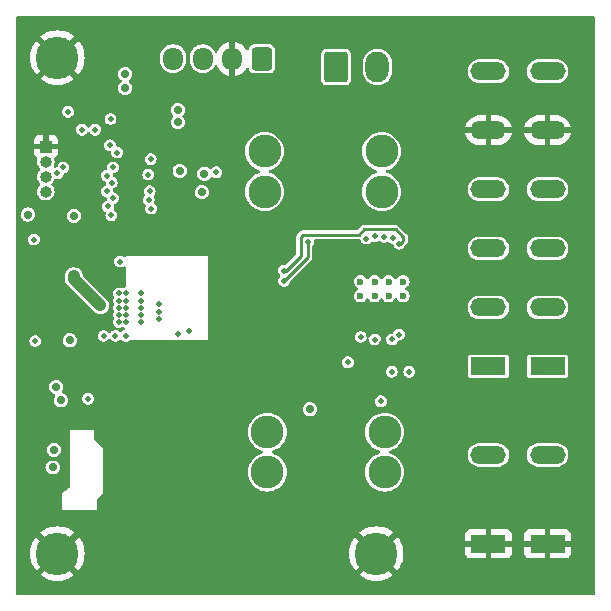
<source format=gbr>
%TF.GenerationSoftware,KiCad,Pcbnew,8.0.3*%
%TF.CreationDate,2024-06-13T00:54:22+02:00*%
%TF.ProjectId,pwm-ctrl,70776d2d-6374-4726-9c2e-6b696361645f,1*%
%TF.SameCoordinates,Original*%
%TF.FileFunction,Copper,L2,Inr*%
%TF.FilePolarity,Positive*%
%FSLAX46Y46*%
G04 Gerber Fmt 4.6, Leading zero omitted, Abs format (unit mm)*
G04 Created by KiCad (PCBNEW 8.0.3) date 2024-06-13 00:54:22*
%MOMM*%
%LPD*%
G01*
G04 APERTURE LIST*
G04 Aperture macros list*
%AMRoundRect*
0 Rectangle with rounded corners*
0 $1 Rounding radius*
0 $2 $3 $4 $5 $6 $7 $8 $9 X,Y pos of 4 corners*
0 Add a 4 corners polygon primitive as box body*
4,1,4,$2,$3,$4,$5,$6,$7,$8,$9,$2,$3,0*
0 Add four circle primitives for the rounded corners*
1,1,$1+$1,$2,$3*
1,1,$1+$1,$4,$5*
1,1,$1+$1,$6,$7*
1,1,$1+$1,$8,$9*
0 Add four rect primitives between the rounded corners*
20,1,$1+$1,$2,$3,$4,$5,0*
20,1,$1+$1,$4,$5,$6,$7,0*
20,1,$1+$1,$6,$7,$8,$9,0*
20,1,$1+$1,$8,$9,$2,$3,0*%
G04 Aperture macros list end*
%TA.AperFunction,ComponentPad*%
%ADD10C,3.600000*%
%TD*%
%TA.AperFunction,ComponentPad*%
%ADD11RoundRect,0.250000X0.600000X0.725000X-0.600000X0.725000X-0.600000X-0.725000X0.600000X-0.725000X0*%
%TD*%
%TA.AperFunction,ComponentPad*%
%ADD12O,1.700000X1.950000*%
%TD*%
%TA.AperFunction,ComponentPad*%
%ADD13C,2.780000*%
%TD*%
%TA.AperFunction,ComponentPad*%
%ADD14R,3.000000X1.500000*%
%TD*%
%TA.AperFunction,ComponentPad*%
%ADD15O,3.000000X1.500000*%
%TD*%
%TA.AperFunction,ComponentPad*%
%ADD16R,1.000000X1.000000*%
%TD*%
%TA.AperFunction,ComponentPad*%
%ADD17O,1.000000X1.000000*%
%TD*%
%TA.AperFunction,HeatsinkPad*%
%ADD18C,0.600000*%
%TD*%
%TA.AperFunction,ComponentPad*%
%ADD19RoundRect,0.250000X-0.750000X-1.050000X0.750000X-1.050000X0.750000X1.050000X-0.750000X1.050000X0*%
%TD*%
%TA.AperFunction,ComponentPad*%
%ADD20O,2.000000X2.600000*%
%TD*%
%TA.AperFunction,ViaPad*%
%ADD21C,0.700000*%
%TD*%
%TA.AperFunction,ViaPad*%
%ADD22C,0.500000*%
%TD*%
%TA.AperFunction,ViaPad*%
%ADD23C,0.800000*%
%TD*%
%TA.AperFunction,Conductor*%
%ADD24C,1.000000*%
%TD*%
%TA.AperFunction,Conductor*%
%ADD25C,0.250000*%
%TD*%
G04 APERTURE END LIST*
D10*
%TO.N,GNDPWR*%
%TO.C,H1*%
X161000000Y-105600000D03*
%TD*%
D11*
%TO.N,Net-(J1-Pin_1)*%
%TO.C,J1*%
X178300000Y-105700000D03*
D12*
%TO.N,GNDPWR*%
X175800000Y-105700000D03*
%TO.N,/SCL*%
X173300000Y-105700000D03*
%TO.N,/SDA*%
X170800000Y-105700000D03*
%TD*%
D13*
%TO.N,VBAT*%
%TO.C,F3*%
X188710000Y-140700000D03*
X188710000Y-137300000D03*
%TO.N,VBAT_Fused*%
X178790000Y-140700000D03*
X178790000Y-137300000D03*
%TD*%
D14*
%TO.N,/OUT0*%
%TO.C,J4*%
X197500000Y-131750000D03*
X202500000Y-131750000D03*
D15*
%TO.N,/OUT1*%
X197500000Y-126750000D03*
X202500000Y-126750000D03*
%TO.N,/OUT2*%
X197500000Y-121750000D03*
X202500000Y-121750000D03*
%TO.N,/OUT3*%
X197500000Y-116750000D03*
X202500000Y-116750000D03*
%TO.N,GNDPWR*%
X197500000Y-111750000D03*
X202500000Y-111750000D03*
%TO.N,VH_Fused*%
X197500000Y-106750000D03*
X202500000Y-106750000D03*
%TD*%
D14*
%TO.N,GNDPWR*%
%TO.C,J5*%
X197500000Y-146750000D03*
X202500000Y-146750000D03*
D15*
%TO.N,VBAT*%
X197500000Y-139250000D03*
X202500000Y-139250000D03*
%TD*%
D16*
%TO.N,GNDPWR*%
%TO.C,J3*%
X160020000Y-113130000D03*
D17*
%TO.N,/~{RST}*%
X160020000Y-114400000D03*
%TO.N,/SWCLK*%
X160020000Y-115670000D03*
%TO.N,/SWDIO*%
X160020000Y-116940000D03*
%TD*%
D10*
%TO.N,GNDPWR*%
%TO.C,H3*%
X188000000Y-147600000D03*
%TD*%
D18*
%TO.N,VH*%
%TO.C,U5*%
X186660000Y-125775000D03*
X187860000Y-125775000D03*
X189060000Y-125775000D03*
X190260000Y-125775000D03*
X186660000Y-124575000D03*
X187860000Y-124575000D03*
X189060000Y-124575000D03*
X190260000Y-124575000D03*
%TD*%
D10*
%TO.N,GNDPWR*%
%TO.C,H2*%
X161000000Y-147600000D03*
%TD*%
D19*
%TO.N,/CAN+*%
%TO.C,J2*%
X184600000Y-106400000D03*
D20*
%TO.N,/CAN-*%
X188100000Y-106400000D03*
%TD*%
D13*
%TO.N,VH*%
%TO.C,F2*%
X178540000Y-113550000D03*
X178540000Y-116950000D03*
%TO.N,VH_Fused*%
X188460000Y-113550000D03*
X188460000Y-116950000D03*
%TD*%
D21*
%TO.N,GNDA*%
X164639881Y-126581438D03*
X162400000Y-124100000D03*
%TO.N,GNDPWR*%
X158406000Y-126043247D03*
X188601702Y-129875000D03*
X176784000Y-145796000D03*
D22*
X181610000Y-133070000D03*
D21*
X174752000Y-143256000D03*
D22*
X169635000Y-126495000D03*
X172110000Y-130970000D03*
X167310000Y-130370000D03*
X169910000Y-129870000D03*
D21*
X159600000Y-143100000D03*
D22*
X171010000Y-130970000D03*
X169635000Y-127120000D03*
X172110000Y-129870000D03*
X163510000Y-131670000D03*
X169910000Y-130970000D03*
X171010000Y-129870000D03*
D23*
X179900000Y-110100000D03*
D22*
X158395000Y-120244458D03*
X172110000Y-128770000D03*
D21*
X159600000Y-136100000D03*
X171678600Y-117017800D03*
D22*
X176910000Y-133070000D03*
X191500000Y-134700000D03*
X169635000Y-127745000D03*
D21*
X160860001Y-122221836D03*
D22*
X172110000Y-133070000D03*
D21*
X157900000Y-139500000D03*
X174752000Y-147320000D03*
D23*
X178300000Y-110100000D03*
D21*
X161734761Y-112834761D03*
X160340000Y-119570000D03*
X174752000Y-145288000D03*
X165000000Y-109900000D03*
D22*
X167310000Y-132870000D03*
X171210000Y-128970000D03*
%TO.N,/LX*%
X168110000Y-126770000D03*
X168110000Y-127970000D03*
X168110000Y-125570000D03*
X168110000Y-126170000D03*
X168110000Y-127370000D03*
D21*
%TO.N,VH*%
X162052000Y-129540000D03*
X182372000Y-135382000D03*
D22*
%TO.N,/EN*%
X165700000Y-114900000D03*
X159020000Y-121010000D03*
%TO.N,/SWDIO*%
X166065200Y-113639600D03*
%TO.N,/CH2*%
X189921312Y-129050000D03*
X165600000Y-116200000D03*
%TO.N,/SCL*%
X164200000Y-111700000D03*
X161508000Y-114900000D03*
%TO.N,/CH4*%
X180200000Y-124500000D03*
X165700000Y-117500000D03*
X182225000Y-121200000D03*
X187857457Y-120725000D03*
%TO.N,/CH1*%
X165200000Y-115600000D03*
X187885215Y-129474514D03*
%TO.N,/SDA*%
X161000000Y-115400000D03*
X163087500Y-111700000D03*
%TO.N,/CAN_RX*%
X168902760Y-114195753D03*
X174447200Y-115316000D03*
%TO.N,/SWCLK*%
X165455600Y-113030000D03*
%TO.N,/CH3*%
X165207933Y-116925000D03*
X189957572Y-121352781D03*
X180188057Y-123628059D03*
%TO.N,VDD*%
X163600000Y-134500000D03*
D21*
X162400000Y-119000000D03*
X160700000Y-138800000D03*
D22*
X161900000Y-110200000D03*
D21*
X158500000Y-118890000D03*
X171196000Y-111074200D03*
X160600000Y-140300000D03*
X166751000Y-106984800D03*
D22*
X188400000Y-134700000D03*
D21*
X171356430Y-115185057D03*
X173448161Y-115429794D03*
X173228000Y-116992400D03*
X166751000Y-108178600D03*
X171196000Y-110032800D03*
D22*
%TO.N,Net-(U5-SEn)*%
X186675000Y-129252208D03*
X189300000Y-132200000D03*
%TO.N,/BATT_VOLTAGE*%
X168700000Y-115500000D03*
X159131000Y-129600000D03*
X165500000Y-110800000D03*
X165575000Y-118949121D03*
%TO.N,/SEL0*%
X189412195Y-120868645D03*
X168945209Y-118384400D03*
%TO.N,/SENSE*%
X185600000Y-131400000D03*
X165300000Y-118200000D03*
%TO.N,/SEL1*%
X187161972Y-120921977D03*
X168725000Y-117667454D03*
%TO.N,VBAT_Fused*%
X166810000Y-127370000D03*
X166810000Y-125570000D03*
X166810002Y-129145000D03*
D21*
X161290000Y-134620000D03*
D22*
X166210000Y-126770000D03*
X164910000Y-129170000D03*
X166210000Y-126170000D03*
X166810000Y-127970000D03*
X166210000Y-127370000D03*
X166210000Y-125570000D03*
X166310000Y-122870000D03*
D21*
X160909000Y-133476998D03*
D22*
X166810000Y-126170000D03*
X166810000Y-126770000D03*
X166210000Y-127970000D03*
X165910000Y-129170000D03*
%TO.N,Net-(U5-CS)*%
X188673477Y-120774239D03*
X190800000Y-132200000D03*
%TO.N,/FRST*%
X189346312Y-129465049D03*
X168808749Y-116922142D03*
%TD*%
D24*
%TO.N,GNDA*%
X162400000Y-124100000D02*
X162400000Y-124341557D01*
X162400000Y-124341557D02*
X164639881Y-126581438D01*
D25*
%TO.N,/CH4*%
X182225000Y-122475000D02*
X182225000Y-121200000D01*
X180200000Y-124500000D02*
X182225000Y-122475000D01*
%TO.N,/CH3*%
X180371941Y-123628059D02*
X181600000Y-122400000D01*
X186950761Y-120149239D02*
X189649239Y-120149239D01*
X190300000Y-120800000D02*
X190300000Y-121100000D01*
X181800000Y-120600000D02*
X186500000Y-120600000D01*
X181600000Y-120800000D02*
X181800000Y-120600000D01*
X180188057Y-123628059D02*
X180371941Y-123628059D01*
X190047219Y-121352781D02*
X189957572Y-121352781D01*
X189649239Y-120149239D02*
X190300000Y-120800000D01*
X181600000Y-122400000D02*
X181600000Y-120800000D01*
X186500000Y-120600000D02*
X186950761Y-120149239D01*
X190300000Y-121100000D02*
X190047219Y-121352781D01*
%TD*%
%TA.AperFunction,Conductor*%
%TO.N,GNDPWR*%
G36*
X206442539Y-102120185D02*
G01*
X206488294Y-102172989D01*
X206499500Y-102224500D01*
X206499500Y-150975500D01*
X206479815Y-151042539D01*
X206427011Y-151088294D01*
X206375500Y-151099500D01*
X157624500Y-151099500D01*
X157557461Y-151079815D01*
X157511706Y-151027011D01*
X157500500Y-150975500D01*
X157500500Y-147600000D01*
X158695065Y-147600000D01*
X158714784Y-147900852D01*
X158714786Y-147900864D01*
X158773602Y-148196553D01*
X158773607Y-148196573D01*
X158870514Y-148482052D01*
X158870518Y-148482062D01*
X159003868Y-148752469D01*
X159171371Y-149003155D01*
X159171374Y-149003159D01*
X159204973Y-149041470D01*
X159204974Y-149041470D01*
X159705747Y-148540697D01*
X159779588Y-148642330D01*
X159957670Y-148820412D01*
X160059301Y-148894251D01*
X159558528Y-149395024D01*
X159558528Y-149395025D01*
X159596840Y-149428625D01*
X159596844Y-149428628D01*
X159847530Y-149596131D01*
X160117937Y-149729481D01*
X160117947Y-149729485D01*
X160403426Y-149826392D01*
X160403446Y-149826397D01*
X160699135Y-149885213D01*
X160699147Y-149885215D01*
X161000000Y-149904934D01*
X161300852Y-149885215D01*
X161300864Y-149885213D01*
X161596553Y-149826397D01*
X161596573Y-149826392D01*
X161882052Y-149729485D01*
X161882062Y-149729481D01*
X162152469Y-149596131D01*
X162403157Y-149428627D01*
X162441470Y-149395025D01*
X162441470Y-149395023D01*
X161940698Y-148894251D01*
X162042330Y-148820412D01*
X162220412Y-148642330D01*
X162294251Y-148540698D01*
X162795023Y-149041470D01*
X162795025Y-149041470D01*
X162828627Y-149003157D01*
X162996131Y-148752469D01*
X163129481Y-148482062D01*
X163129485Y-148482052D01*
X163226392Y-148196573D01*
X163226397Y-148196553D01*
X163285213Y-147900864D01*
X163285215Y-147900852D01*
X163304934Y-147600000D01*
X185695065Y-147600000D01*
X185714784Y-147900852D01*
X185714786Y-147900864D01*
X185773602Y-148196553D01*
X185773607Y-148196573D01*
X185870514Y-148482052D01*
X185870518Y-148482062D01*
X186003868Y-148752469D01*
X186171371Y-149003155D01*
X186171374Y-149003159D01*
X186204973Y-149041470D01*
X186204974Y-149041470D01*
X186705747Y-148540697D01*
X186779588Y-148642330D01*
X186957670Y-148820412D01*
X187059301Y-148894251D01*
X186558528Y-149395024D01*
X186558528Y-149395025D01*
X186596840Y-149428625D01*
X186596844Y-149428628D01*
X186847530Y-149596131D01*
X187117937Y-149729481D01*
X187117947Y-149729485D01*
X187403426Y-149826392D01*
X187403446Y-149826397D01*
X187699135Y-149885213D01*
X187699147Y-149885215D01*
X188000000Y-149904934D01*
X188300852Y-149885215D01*
X188300864Y-149885213D01*
X188596553Y-149826397D01*
X188596573Y-149826392D01*
X188882052Y-149729485D01*
X188882062Y-149729481D01*
X189152469Y-149596131D01*
X189403157Y-149428627D01*
X189441470Y-149395025D01*
X189441470Y-149395023D01*
X188940698Y-148894251D01*
X189042330Y-148820412D01*
X189220412Y-148642330D01*
X189294251Y-148540698D01*
X189795023Y-149041470D01*
X189795025Y-149041470D01*
X189828627Y-149003157D01*
X189996131Y-148752469D01*
X190129481Y-148482062D01*
X190129485Y-148482052D01*
X190226392Y-148196573D01*
X190226397Y-148196553D01*
X190285213Y-147900864D01*
X190285215Y-147900852D01*
X190304934Y-147600000D01*
X190285215Y-147299147D01*
X190285213Y-147299135D01*
X190226397Y-147003446D01*
X190226393Y-147003431D01*
X190129483Y-146717944D01*
X190129474Y-146717923D01*
X189996129Y-146447528D01*
X189828633Y-146196851D01*
X189828625Y-146196840D01*
X189795025Y-146158528D01*
X189795024Y-146158528D01*
X189294251Y-146659300D01*
X189220412Y-146557670D01*
X189042330Y-146379588D01*
X188940697Y-146305747D01*
X189294289Y-145952155D01*
X195500000Y-145952155D01*
X195500000Y-146500000D01*
X196980384Y-146500000D01*
X196964185Y-146528058D01*
X196925000Y-146674300D01*
X196925000Y-146825700D01*
X196964185Y-146971942D01*
X196980384Y-147000000D01*
X195500000Y-147000000D01*
X195500000Y-147547844D01*
X195506401Y-147607372D01*
X195506403Y-147607379D01*
X195556645Y-147742086D01*
X195556649Y-147742093D01*
X195642809Y-147857187D01*
X195642812Y-147857190D01*
X195757906Y-147943350D01*
X195757913Y-147943354D01*
X195892620Y-147993596D01*
X195892627Y-147993598D01*
X195952155Y-147999999D01*
X195952172Y-148000000D01*
X197250000Y-148000000D01*
X197250000Y-147269615D01*
X197278058Y-147285815D01*
X197424300Y-147325000D01*
X197575700Y-147325000D01*
X197721942Y-147285815D01*
X197750000Y-147269615D01*
X197750000Y-148000000D01*
X199047828Y-148000000D01*
X199047844Y-147999999D01*
X199107372Y-147993598D01*
X199107379Y-147993596D01*
X199242086Y-147943354D01*
X199242093Y-147943350D01*
X199357187Y-147857190D01*
X199357190Y-147857187D01*
X199443350Y-147742093D01*
X199443354Y-147742086D01*
X199493596Y-147607379D01*
X199493598Y-147607372D01*
X199499999Y-147547844D01*
X199500000Y-147547827D01*
X199500000Y-147000000D01*
X198019616Y-147000000D01*
X198035815Y-146971942D01*
X198075000Y-146825700D01*
X198075000Y-146674300D01*
X198035815Y-146528058D01*
X198019616Y-146500000D01*
X199500000Y-146500000D01*
X199500000Y-145952172D01*
X199499999Y-145952155D01*
X200500000Y-145952155D01*
X200500000Y-146500000D01*
X201980384Y-146500000D01*
X201964185Y-146528058D01*
X201925000Y-146674300D01*
X201925000Y-146825700D01*
X201964185Y-146971942D01*
X201980384Y-147000000D01*
X200500000Y-147000000D01*
X200500000Y-147547844D01*
X200506401Y-147607372D01*
X200506403Y-147607379D01*
X200556645Y-147742086D01*
X200556649Y-147742093D01*
X200642809Y-147857187D01*
X200642812Y-147857190D01*
X200757906Y-147943350D01*
X200757913Y-147943354D01*
X200892620Y-147993596D01*
X200892627Y-147993598D01*
X200952155Y-147999999D01*
X200952172Y-148000000D01*
X202250000Y-148000000D01*
X202250000Y-147269615D01*
X202278058Y-147285815D01*
X202424300Y-147325000D01*
X202575700Y-147325000D01*
X202721942Y-147285815D01*
X202750000Y-147269615D01*
X202750000Y-148000000D01*
X204047828Y-148000000D01*
X204047844Y-147999999D01*
X204107372Y-147993598D01*
X204107379Y-147993596D01*
X204242086Y-147943354D01*
X204242093Y-147943350D01*
X204357187Y-147857190D01*
X204357190Y-147857187D01*
X204443350Y-147742093D01*
X204443354Y-147742086D01*
X204493596Y-147607379D01*
X204493598Y-147607372D01*
X204499999Y-147547844D01*
X204500000Y-147547827D01*
X204500000Y-147000000D01*
X203019616Y-147000000D01*
X203035815Y-146971942D01*
X203075000Y-146825700D01*
X203075000Y-146674300D01*
X203035815Y-146528058D01*
X203019616Y-146500000D01*
X204500000Y-146500000D01*
X204500000Y-145952172D01*
X204499999Y-145952155D01*
X204493598Y-145892627D01*
X204493596Y-145892620D01*
X204443354Y-145757913D01*
X204443350Y-145757906D01*
X204357190Y-145642812D01*
X204357187Y-145642809D01*
X204242093Y-145556649D01*
X204242086Y-145556645D01*
X204107379Y-145506403D01*
X204107372Y-145506401D01*
X204047844Y-145500000D01*
X202750000Y-145500000D01*
X202750000Y-146230384D01*
X202721942Y-146214185D01*
X202575700Y-146175000D01*
X202424300Y-146175000D01*
X202278058Y-146214185D01*
X202250000Y-146230384D01*
X202250000Y-145500000D01*
X200952155Y-145500000D01*
X200892627Y-145506401D01*
X200892620Y-145506403D01*
X200757913Y-145556645D01*
X200757906Y-145556649D01*
X200642812Y-145642809D01*
X200642809Y-145642812D01*
X200556649Y-145757906D01*
X200556645Y-145757913D01*
X200506403Y-145892620D01*
X200506401Y-145892627D01*
X200500000Y-145952155D01*
X199499999Y-145952155D01*
X199493598Y-145892627D01*
X199493596Y-145892620D01*
X199443354Y-145757913D01*
X199443350Y-145757906D01*
X199357190Y-145642812D01*
X199357187Y-145642809D01*
X199242093Y-145556649D01*
X199242086Y-145556645D01*
X199107379Y-145506403D01*
X199107372Y-145506401D01*
X199047844Y-145500000D01*
X197750000Y-145500000D01*
X197750000Y-146230384D01*
X197721942Y-146214185D01*
X197575700Y-146175000D01*
X197424300Y-146175000D01*
X197278058Y-146214185D01*
X197250000Y-146230384D01*
X197250000Y-145500000D01*
X195952155Y-145500000D01*
X195892627Y-145506401D01*
X195892620Y-145506403D01*
X195757913Y-145556645D01*
X195757906Y-145556649D01*
X195642812Y-145642809D01*
X195642809Y-145642812D01*
X195556649Y-145757906D01*
X195556645Y-145757913D01*
X195506403Y-145892620D01*
X195506401Y-145892627D01*
X195500000Y-145952155D01*
X189294289Y-145952155D01*
X189441470Y-145804974D01*
X189441470Y-145804973D01*
X189403159Y-145771374D01*
X189403155Y-145771371D01*
X189152469Y-145603868D01*
X188882062Y-145470518D01*
X188882052Y-145470514D01*
X188596573Y-145373607D01*
X188596553Y-145373602D01*
X188300864Y-145314786D01*
X188300852Y-145314784D01*
X188000000Y-145295065D01*
X187699147Y-145314784D01*
X187699135Y-145314786D01*
X187403446Y-145373602D01*
X187403431Y-145373606D01*
X187117944Y-145470516D01*
X187117923Y-145470525D01*
X186847528Y-145603870D01*
X186596844Y-145771370D01*
X186596837Y-145771376D01*
X186558528Y-145804972D01*
X186558527Y-145804974D01*
X187059301Y-146305748D01*
X186957670Y-146379588D01*
X186779588Y-146557670D01*
X186705748Y-146659301D01*
X186204974Y-146158527D01*
X186204972Y-146158528D01*
X186171376Y-146196837D01*
X186171370Y-146196844D01*
X186003870Y-146447528D01*
X185870525Y-146717923D01*
X185870516Y-146717944D01*
X185773606Y-147003431D01*
X185773602Y-147003446D01*
X185714786Y-147299135D01*
X185714784Y-147299147D01*
X185695065Y-147600000D01*
X163304934Y-147600000D01*
X163285215Y-147299147D01*
X163285213Y-147299135D01*
X163226397Y-147003446D01*
X163226393Y-147003431D01*
X163129483Y-146717944D01*
X163129474Y-146717923D01*
X162996129Y-146447528D01*
X162828633Y-146196851D01*
X162828625Y-146196840D01*
X162795025Y-146158528D01*
X162795024Y-146158528D01*
X162294251Y-146659300D01*
X162220412Y-146557670D01*
X162042330Y-146379588D01*
X161940697Y-146305747D01*
X162441470Y-145804974D01*
X162441470Y-145804973D01*
X162403159Y-145771374D01*
X162403155Y-145771371D01*
X162152469Y-145603868D01*
X161882062Y-145470518D01*
X161882052Y-145470514D01*
X161596573Y-145373607D01*
X161596553Y-145373602D01*
X161300864Y-145314786D01*
X161300852Y-145314784D01*
X161000000Y-145295065D01*
X160699147Y-145314784D01*
X160699135Y-145314786D01*
X160403446Y-145373602D01*
X160403431Y-145373606D01*
X160117944Y-145470516D01*
X160117923Y-145470525D01*
X159847528Y-145603870D01*
X159596844Y-145771370D01*
X159596837Y-145771376D01*
X159558528Y-145804972D01*
X159558527Y-145804974D01*
X160059301Y-146305748D01*
X159957670Y-146379588D01*
X159779588Y-146557670D01*
X159705748Y-146659301D01*
X159204974Y-146158527D01*
X159204972Y-146158528D01*
X159171376Y-146196837D01*
X159171370Y-146196844D01*
X159003870Y-146447528D01*
X158870525Y-146717923D01*
X158870516Y-146717944D01*
X158773606Y-147003431D01*
X158773602Y-147003446D01*
X158714786Y-147299135D01*
X158714784Y-147299147D01*
X158695065Y-147600000D01*
X157500500Y-147600000D01*
X157500500Y-142470000D01*
X161420000Y-142470000D01*
X161420000Y-143930000D01*
X164379999Y-143930000D01*
X164380000Y-143930000D01*
X164340472Y-143056621D01*
X164357105Y-142988761D01*
X164376660Y-142963339D01*
X164846000Y-142494000D01*
X164846000Y-138684000D01*
X164120319Y-137958319D01*
X164086834Y-137896996D01*
X164084000Y-137870638D01*
X164084000Y-137300000D01*
X177144427Y-137300000D01*
X177164687Y-137557427D01*
X177224964Y-137808500D01*
X177224968Y-137808512D01*
X177323781Y-138047070D01*
X177323783Y-138047074D01*
X177323784Y-138047075D01*
X177458703Y-138267244D01*
X177626404Y-138463596D01*
X177822756Y-138631297D01*
X178042925Y-138766216D01*
X178042927Y-138766216D01*
X178042929Y-138766218D01*
X178117312Y-138797028D01*
X178281490Y-138865033D01*
X178313803Y-138872790D01*
X178341441Y-138879426D01*
X178402033Y-138914217D01*
X178434197Y-138976243D01*
X178427721Y-139045812D01*
X178384662Y-139100836D01*
X178341441Y-139120574D01*
X178281499Y-139134964D01*
X178281487Y-139134968D01*
X178042929Y-139233781D01*
X177822755Y-139368703D01*
X177626404Y-139536404D01*
X177458703Y-139732755D01*
X177323781Y-139952929D01*
X177224968Y-140191487D01*
X177224964Y-140191499D01*
X177164687Y-140442572D01*
X177144427Y-140700000D01*
X177164687Y-140957427D01*
X177224964Y-141208500D01*
X177224968Y-141208512D01*
X177323781Y-141447070D01*
X177323783Y-141447074D01*
X177323784Y-141447075D01*
X177458703Y-141667244D01*
X177626404Y-141863596D01*
X177822756Y-142031297D01*
X178042925Y-142166216D01*
X178042927Y-142166216D01*
X178042929Y-142166218D01*
X178117312Y-142197028D01*
X178281490Y-142265033D01*
X178532576Y-142325313D01*
X178790000Y-142345573D01*
X179047424Y-142325313D01*
X179298510Y-142265033D01*
X179537075Y-142166216D01*
X179757244Y-142031297D01*
X179953596Y-141863596D01*
X180121297Y-141667244D01*
X180256216Y-141447075D01*
X180355033Y-141208510D01*
X180415313Y-140957424D01*
X180435573Y-140700000D01*
X180415313Y-140442576D01*
X180355033Y-140191490D01*
X180256216Y-139952925D01*
X180121297Y-139732756D01*
X179953596Y-139536404D01*
X179757244Y-139368703D01*
X179537075Y-139233784D01*
X179537074Y-139233783D01*
X179537070Y-139233781D01*
X179298512Y-139134968D01*
X179298514Y-139134968D01*
X179298510Y-139134967D01*
X179298506Y-139134966D01*
X179298497Y-139134963D01*
X179238559Y-139120574D01*
X179177966Y-139085784D01*
X179145802Y-139023758D01*
X179152278Y-138954189D01*
X179195337Y-138899165D01*
X179238559Y-138879426D01*
X179270437Y-138871772D01*
X179298510Y-138865033D01*
X179537075Y-138766216D01*
X179757244Y-138631297D01*
X179953596Y-138463596D01*
X180121297Y-138267244D01*
X180256216Y-138047075D01*
X180355033Y-137808510D01*
X180415313Y-137557424D01*
X180435573Y-137300000D01*
X187064427Y-137300000D01*
X187084687Y-137557427D01*
X187144964Y-137808500D01*
X187144968Y-137808512D01*
X187243781Y-138047070D01*
X187243783Y-138047074D01*
X187243784Y-138047075D01*
X187378703Y-138267244D01*
X187546404Y-138463596D01*
X187742756Y-138631297D01*
X187962925Y-138766216D01*
X187962927Y-138766216D01*
X187962929Y-138766218D01*
X188037312Y-138797028D01*
X188201490Y-138865033D01*
X188233803Y-138872790D01*
X188261441Y-138879426D01*
X188322033Y-138914217D01*
X188354197Y-138976243D01*
X188347721Y-139045812D01*
X188304662Y-139100836D01*
X188261441Y-139120574D01*
X188201499Y-139134964D01*
X188201487Y-139134968D01*
X187962929Y-139233781D01*
X187742755Y-139368703D01*
X187546404Y-139536404D01*
X187378703Y-139732755D01*
X187243781Y-139952929D01*
X187144968Y-140191487D01*
X187144964Y-140191499D01*
X187084687Y-140442572D01*
X187064427Y-140700000D01*
X187084687Y-140957427D01*
X187144964Y-141208500D01*
X187144968Y-141208512D01*
X187243781Y-141447070D01*
X187243783Y-141447074D01*
X187243784Y-141447075D01*
X187378703Y-141667244D01*
X187546404Y-141863596D01*
X187742756Y-142031297D01*
X187962925Y-142166216D01*
X187962927Y-142166216D01*
X187962929Y-142166218D01*
X188037312Y-142197028D01*
X188201490Y-142265033D01*
X188452576Y-142325313D01*
X188710000Y-142345573D01*
X188967424Y-142325313D01*
X189218510Y-142265033D01*
X189457075Y-142166216D01*
X189677244Y-142031297D01*
X189873596Y-141863596D01*
X190041297Y-141667244D01*
X190176216Y-141447075D01*
X190275033Y-141208510D01*
X190335313Y-140957424D01*
X190355573Y-140700000D01*
X190335313Y-140442576D01*
X190275033Y-140191490D01*
X190176216Y-139952925D01*
X190041297Y-139732756D01*
X189873596Y-139536404D01*
X189677244Y-139368703D01*
X189644346Y-139348543D01*
X195749499Y-139348543D01*
X195787947Y-139541829D01*
X195787950Y-139541839D01*
X195863364Y-139723907D01*
X195863371Y-139723920D01*
X195972860Y-139887781D01*
X195972863Y-139887785D01*
X196112214Y-140027136D01*
X196112218Y-140027139D01*
X196276079Y-140136628D01*
X196276092Y-140136635D01*
X196458160Y-140212049D01*
X196458165Y-140212051D01*
X196458169Y-140212051D01*
X196458170Y-140212052D01*
X196651456Y-140250500D01*
X196651459Y-140250500D01*
X198348543Y-140250500D01*
X198478582Y-140224632D01*
X198541835Y-140212051D01*
X198723914Y-140136632D01*
X198887782Y-140027139D01*
X199027139Y-139887782D01*
X199136632Y-139723914D01*
X199140343Y-139714956D01*
X199212049Y-139541839D01*
X199212051Y-139541835D01*
X199243239Y-139385044D01*
X199250500Y-139348543D01*
X200749499Y-139348543D01*
X200787947Y-139541829D01*
X200787950Y-139541839D01*
X200863364Y-139723907D01*
X200863371Y-139723920D01*
X200972860Y-139887781D01*
X200972863Y-139887785D01*
X201112214Y-140027136D01*
X201112218Y-140027139D01*
X201276079Y-140136628D01*
X201276092Y-140136635D01*
X201458160Y-140212049D01*
X201458165Y-140212051D01*
X201458169Y-140212051D01*
X201458170Y-140212052D01*
X201651456Y-140250500D01*
X201651459Y-140250500D01*
X203348543Y-140250500D01*
X203478582Y-140224632D01*
X203541835Y-140212051D01*
X203723914Y-140136632D01*
X203887782Y-140027139D01*
X204027139Y-139887782D01*
X204136632Y-139723914D01*
X204140343Y-139714956D01*
X204212049Y-139541839D01*
X204212051Y-139541835D01*
X204243239Y-139385044D01*
X204250500Y-139348543D01*
X204250500Y-139151456D01*
X204212052Y-138958170D01*
X204212051Y-138958169D01*
X204212051Y-138958165D01*
X204206835Y-138945573D01*
X204136635Y-138776092D01*
X204136628Y-138776079D01*
X204027139Y-138612218D01*
X204027136Y-138612214D01*
X203887785Y-138472863D01*
X203887781Y-138472860D01*
X203723920Y-138363371D01*
X203723907Y-138363364D01*
X203541839Y-138287950D01*
X203541829Y-138287947D01*
X203348543Y-138249500D01*
X203348541Y-138249500D01*
X201651459Y-138249500D01*
X201651457Y-138249500D01*
X201458170Y-138287947D01*
X201458160Y-138287950D01*
X201276092Y-138363364D01*
X201276079Y-138363371D01*
X201112218Y-138472860D01*
X201112214Y-138472863D01*
X200972863Y-138612214D01*
X200972860Y-138612218D01*
X200863371Y-138776079D01*
X200863364Y-138776092D01*
X200787950Y-138958160D01*
X200787947Y-138958170D01*
X200749500Y-139151456D01*
X200749500Y-139151459D01*
X200749500Y-139348541D01*
X200749500Y-139348543D01*
X200749499Y-139348543D01*
X199250500Y-139348543D01*
X199250500Y-139151456D01*
X199212052Y-138958170D01*
X199212051Y-138958169D01*
X199212051Y-138958165D01*
X199206835Y-138945573D01*
X199136635Y-138776092D01*
X199136628Y-138776079D01*
X199027139Y-138612218D01*
X199027136Y-138612214D01*
X198887785Y-138472863D01*
X198887781Y-138472860D01*
X198723920Y-138363371D01*
X198723907Y-138363364D01*
X198541839Y-138287950D01*
X198541829Y-138287947D01*
X198348543Y-138249500D01*
X198348541Y-138249500D01*
X196651459Y-138249500D01*
X196651457Y-138249500D01*
X196458170Y-138287947D01*
X196458160Y-138287950D01*
X196276092Y-138363364D01*
X196276079Y-138363371D01*
X196112218Y-138472860D01*
X196112214Y-138472863D01*
X195972863Y-138612214D01*
X195972860Y-138612218D01*
X195863371Y-138776079D01*
X195863364Y-138776092D01*
X195787950Y-138958160D01*
X195787947Y-138958170D01*
X195749500Y-139151456D01*
X195749500Y-139151459D01*
X195749500Y-139348541D01*
X195749500Y-139348543D01*
X195749499Y-139348543D01*
X189644346Y-139348543D01*
X189457075Y-139233784D01*
X189457074Y-139233783D01*
X189457070Y-139233781D01*
X189218512Y-139134968D01*
X189218514Y-139134968D01*
X189218510Y-139134967D01*
X189218506Y-139134966D01*
X189218497Y-139134963D01*
X189158559Y-139120574D01*
X189097966Y-139085784D01*
X189065802Y-139023758D01*
X189072278Y-138954189D01*
X189115337Y-138899165D01*
X189158559Y-138879426D01*
X189190437Y-138871772D01*
X189218510Y-138865033D01*
X189457075Y-138766216D01*
X189677244Y-138631297D01*
X189873596Y-138463596D01*
X190041297Y-138267244D01*
X190176216Y-138047075D01*
X190275033Y-137808510D01*
X190335313Y-137557424D01*
X190355573Y-137300000D01*
X190335313Y-137042576D01*
X190275033Y-136791490D01*
X190176216Y-136552925D01*
X190041297Y-136332756D01*
X189873596Y-136136404D01*
X189677244Y-135968703D01*
X189457075Y-135833784D01*
X189457074Y-135833783D01*
X189457070Y-135833781D01*
X189218512Y-135734968D01*
X189218514Y-135734968D01*
X189218510Y-135734967D01*
X189218506Y-135734966D01*
X189218500Y-135734964D01*
X188967427Y-135674687D01*
X188710000Y-135654427D01*
X188452572Y-135674687D01*
X188201499Y-135734964D01*
X188201487Y-135734968D01*
X187962929Y-135833781D01*
X187742755Y-135968703D01*
X187546404Y-136136404D01*
X187378703Y-136332755D01*
X187243781Y-136552929D01*
X187144968Y-136791487D01*
X187144964Y-136791499D01*
X187084687Y-137042572D01*
X187064427Y-137300000D01*
X180435573Y-137300000D01*
X180415313Y-137042576D01*
X180355033Y-136791490D01*
X180256216Y-136552925D01*
X180121297Y-136332756D01*
X179953596Y-136136404D01*
X179757244Y-135968703D01*
X179537075Y-135833784D01*
X179537074Y-135833783D01*
X179537070Y-135833781D01*
X179298512Y-135734968D01*
X179298514Y-135734968D01*
X179298510Y-135734967D01*
X179298506Y-135734966D01*
X179298500Y-135734964D01*
X179047427Y-135674687D01*
X178790000Y-135654427D01*
X178532572Y-135674687D01*
X178281499Y-135734964D01*
X178281487Y-135734968D01*
X178042929Y-135833781D01*
X177822755Y-135968703D01*
X177626404Y-136136404D01*
X177458703Y-136332755D01*
X177323781Y-136552929D01*
X177224968Y-136791487D01*
X177224964Y-136791499D01*
X177164687Y-137042572D01*
X177144427Y-137300000D01*
X164084000Y-137300000D01*
X164084000Y-137160000D01*
X162052000Y-137160000D01*
X162052000Y-141924777D01*
X162032315Y-141991816D01*
X162003393Y-142023224D01*
X161687640Y-142265035D01*
X161420000Y-142470000D01*
X157500500Y-142470000D01*
X157500500Y-140299998D01*
X159994318Y-140299998D01*
X159994318Y-140300001D01*
X160014955Y-140456760D01*
X160014956Y-140456762D01*
X160075464Y-140602841D01*
X160171718Y-140728282D01*
X160297159Y-140824536D01*
X160443238Y-140885044D01*
X160521619Y-140895363D01*
X160599999Y-140905682D01*
X160600000Y-140905682D01*
X160600001Y-140905682D01*
X160652254Y-140898802D01*
X160756762Y-140885044D01*
X160902841Y-140824536D01*
X161028282Y-140728282D01*
X161124536Y-140602841D01*
X161185044Y-140456762D01*
X161205682Y-140300000D01*
X161194103Y-140212052D01*
X161185044Y-140143239D01*
X161185044Y-140143238D01*
X161124536Y-139997159D01*
X161028282Y-139871718D01*
X160902841Y-139775464D01*
X160778388Y-139723914D01*
X160756762Y-139714956D01*
X160756760Y-139714955D01*
X160600001Y-139694318D01*
X160599999Y-139694318D01*
X160443239Y-139714955D01*
X160443237Y-139714956D01*
X160297160Y-139775463D01*
X160171718Y-139871718D01*
X160075463Y-139997160D01*
X160014956Y-140143237D01*
X160014955Y-140143239D01*
X159994318Y-140299998D01*
X157500500Y-140299998D01*
X157500500Y-138799998D01*
X160094318Y-138799998D01*
X160094318Y-138800001D01*
X160114955Y-138956760D01*
X160114956Y-138956762D01*
X160174633Y-139100836D01*
X160175464Y-139102841D01*
X160271718Y-139228282D01*
X160397159Y-139324536D01*
X160543238Y-139385044D01*
X160621619Y-139395363D01*
X160699999Y-139405682D01*
X160700000Y-139405682D01*
X160700001Y-139405682D01*
X160752254Y-139398802D01*
X160856762Y-139385044D01*
X161002841Y-139324536D01*
X161128282Y-139228282D01*
X161224536Y-139102841D01*
X161285044Y-138956762D01*
X161305682Y-138800000D01*
X161302534Y-138776092D01*
X161285044Y-138643239D01*
X161285044Y-138643238D01*
X161224536Y-138497159D01*
X161128282Y-138371718D01*
X161002841Y-138275464D01*
X160982996Y-138267244D01*
X160856762Y-138214956D01*
X160856760Y-138214955D01*
X160700001Y-138194318D01*
X160699999Y-138194318D01*
X160543239Y-138214955D01*
X160543237Y-138214956D01*
X160397160Y-138275463D01*
X160271718Y-138371718D01*
X160175463Y-138497160D01*
X160114956Y-138643237D01*
X160114955Y-138643239D01*
X160094318Y-138799998D01*
X157500500Y-138799998D01*
X157500500Y-135381998D01*
X181766318Y-135381998D01*
X181766318Y-135382001D01*
X181786955Y-135538760D01*
X181786956Y-135538762D01*
X181847464Y-135684841D01*
X181943718Y-135810282D01*
X182069159Y-135906536D01*
X182215238Y-135967044D01*
X182293619Y-135977363D01*
X182371999Y-135987682D01*
X182372000Y-135987682D01*
X182372001Y-135987682D01*
X182424254Y-135980802D01*
X182528762Y-135967044D01*
X182674841Y-135906536D01*
X182800282Y-135810282D01*
X182896536Y-135684841D01*
X182957044Y-135538762D01*
X182977682Y-135382000D01*
X182957044Y-135225238D01*
X182896536Y-135079159D01*
X182800282Y-134953718D01*
X182674841Y-134857464D01*
X182528762Y-134796956D01*
X182528760Y-134796955D01*
X182372001Y-134776318D01*
X182371999Y-134776318D01*
X182215239Y-134796955D01*
X182215237Y-134796956D01*
X182069160Y-134857463D01*
X181943718Y-134953718D01*
X181847463Y-135079160D01*
X181786956Y-135225237D01*
X181786955Y-135225239D01*
X181766318Y-135381998D01*
X157500500Y-135381998D01*
X157500500Y-133476996D01*
X160303318Y-133476996D01*
X160303318Y-133476999D01*
X160323955Y-133633758D01*
X160323956Y-133633760D01*
X160384464Y-133779839D01*
X160480718Y-133905280D01*
X160606159Y-134001534D01*
X160752238Y-134062042D01*
X160752239Y-134062042D01*
X160759747Y-134065152D01*
X160758592Y-134067938D01*
X160805975Y-134096810D01*
X160836512Y-134159652D01*
X160828227Y-134229029D01*
X160812609Y-134255717D01*
X160765464Y-134317158D01*
X160704956Y-134463237D01*
X160704955Y-134463239D01*
X160684318Y-134619998D01*
X160684318Y-134620001D01*
X160704955Y-134776760D01*
X160704956Y-134776762D01*
X160738383Y-134857463D01*
X160765464Y-134922841D01*
X160861718Y-135048282D01*
X160987159Y-135144536D01*
X161133238Y-135205044D01*
X161211619Y-135215363D01*
X161289999Y-135225682D01*
X161290000Y-135225682D01*
X161290001Y-135225682D01*
X161342254Y-135218802D01*
X161446762Y-135205044D01*
X161592841Y-135144536D01*
X161718282Y-135048282D01*
X161814536Y-134922841D01*
X161875044Y-134776762D01*
X161888802Y-134672254D01*
X161895682Y-134620001D01*
X161895682Y-134619998D01*
X161879884Y-134500000D01*
X163094353Y-134500000D01*
X163114834Y-134642456D01*
X163141114Y-134700000D01*
X163174623Y-134773373D01*
X163268872Y-134882143D01*
X163389947Y-134959953D01*
X163389950Y-134959954D01*
X163389949Y-134959954D01*
X163528036Y-135000499D01*
X163528038Y-135000500D01*
X163528039Y-135000500D01*
X163671962Y-135000500D01*
X163671962Y-135000499D01*
X163810053Y-134959953D01*
X163931128Y-134882143D01*
X164025377Y-134773373D01*
X164058886Y-134700000D01*
X187894353Y-134700000D01*
X187914834Y-134842456D01*
X187965647Y-134953718D01*
X187974623Y-134973373D01*
X188068872Y-135082143D01*
X188189947Y-135159953D01*
X188189950Y-135159954D01*
X188189949Y-135159954D01*
X188328036Y-135200499D01*
X188328038Y-135200500D01*
X188328039Y-135200500D01*
X188471962Y-135200500D01*
X188471962Y-135200499D01*
X188610053Y-135159953D01*
X188731128Y-135082143D01*
X188825377Y-134973373D01*
X188885165Y-134842457D01*
X188905647Y-134700000D01*
X188885165Y-134557543D01*
X188825377Y-134426627D01*
X188731128Y-134317857D01*
X188610053Y-134240047D01*
X188610051Y-134240046D01*
X188610049Y-134240045D01*
X188610050Y-134240045D01*
X188471963Y-134199500D01*
X188471961Y-134199500D01*
X188328039Y-134199500D01*
X188328036Y-134199500D01*
X188189949Y-134240045D01*
X188068873Y-134317856D01*
X187974623Y-134426626D01*
X187974622Y-134426628D01*
X187914834Y-134557543D01*
X187894353Y-134700000D01*
X164058886Y-134700000D01*
X164085165Y-134642457D01*
X164105647Y-134500000D01*
X164085165Y-134357543D01*
X164025377Y-134226627D01*
X163931128Y-134117857D01*
X163810053Y-134040047D01*
X163810051Y-134040046D01*
X163810049Y-134040045D01*
X163810050Y-134040045D01*
X163671963Y-133999500D01*
X163671961Y-133999500D01*
X163528039Y-133999500D01*
X163528036Y-133999500D01*
X163389949Y-134040045D01*
X163268873Y-134117856D01*
X163174623Y-134226626D01*
X163174622Y-134226628D01*
X163114834Y-134357543D01*
X163094353Y-134500000D01*
X161879884Y-134500000D01*
X161875044Y-134463239D01*
X161875044Y-134463238D01*
X161814536Y-134317159D01*
X161718282Y-134191718D01*
X161592841Y-134095464D01*
X161446762Y-134034956D01*
X161446760Y-134034955D01*
X161439253Y-134031846D01*
X161440404Y-134029066D01*
X161392995Y-134000155D01*
X161362479Y-133937302D01*
X161370789Y-133867928D01*
X161386392Y-133841278D01*
X161433535Y-133779840D01*
X161433534Y-133779840D01*
X161433536Y-133779839D01*
X161494044Y-133633760D01*
X161514682Y-133476998D01*
X161494044Y-133320236D01*
X161433536Y-133174157D01*
X161337282Y-133048716D01*
X161211841Y-132952462D01*
X161065762Y-132891954D01*
X161065760Y-132891953D01*
X160909001Y-132871316D01*
X160908999Y-132871316D01*
X160752239Y-132891953D01*
X160752237Y-132891954D01*
X160606160Y-132952461D01*
X160480718Y-133048716D01*
X160384463Y-133174158D01*
X160323956Y-133320235D01*
X160323955Y-133320237D01*
X160303318Y-133476996D01*
X157500500Y-133476996D01*
X157500500Y-132200000D01*
X188794353Y-132200000D01*
X188814834Y-132342456D01*
X188874622Y-132473371D01*
X188874623Y-132473373D01*
X188968872Y-132582143D01*
X189089947Y-132659953D01*
X189089950Y-132659954D01*
X189089949Y-132659954D01*
X189228036Y-132700499D01*
X189228038Y-132700500D01*
X189228039Y-132700500D01*
X189371962Y-132700500D01*
X189371962Y-132700499D01*
X189510053Y-132659953D01*
X189631128Y-132582143D01*
X189725377Y-132473373D01*
X189785165Y-132342457D01*
X189805647Y-132200000D01*
X190294353Y-132200000D01*
X190314834Y-132342456D01*
X190374622Y-132473371D01*
X190374623Y-132473373D01*
X190468872Y-132582143D01*
X190589947Y-132659953D01*
X190589950Y-132659954D01*
X190589949Y-132659954D01*
X190728036Y-132700499D01*
X190728038Y-132700500D01*
X190728039Y-132700500D01*
X190871962Y-132700500D01*
X190871962Y-132700499D01*
X191010053Y-132659953D01*
X191131128Y-132582143D01*
X191225377Y-132473373D01*
X191285165Y-132342457D01*
X191305647Y-132200000D01*
X191285165Y-132057543D01*
X191225377Y-131926627D01*
X191131128Y-131817857D01*
X191010053Y-131740047D01*
X191010051Y-131740046D01*
X191010049Y-131740045D01*
X191010050Y-131740045D01*
X190871963Y-131699500D01*
X190871961Y-131699500D01*
X190728039Y-131699500D01*
X190728036Y-131699500D01*
X190589949Y-131740045D01*
X190468873Y-131817856D01*
X190374623Y-131926626D01*
X190374622Y-131926628D01*
X190314834Y-132057543D01*
X190294353Y-132200000D01*
X189805647Y-132200000D01*
X189785165Y-132057543D01*
X189725377Y-131926627D01*
X189631128Y-131817857D01*
X189510053Y-131740047D01*
X189510051Y-131740046D01*
X189510049Y-131740045D01*
X189510050Y-131740045D01*
X189371963Y-131699500D01*
X189371961Y-131699500D01*
X189228039Y-131699500D01*
X189228036Y-131699500D01*
X189089949Y-131740045D01*
X188968873Y-131817856D01*
X188874623Y-131926626D01*
X188874622Y-131926628D01*
X188814834Y-132057543D01*
X188794353Y-132200000D01*
X157500500Y-132200000D01*
X157500500Y-131400000D01*
X185094353Y-131400000D01*
X185114834Y-131542456D01*
X185174622Y-131673371D01*
X185174623Y-131673373D01*
X185268872Y-131782143D01*
X185389947Y-131859953D01*
X185389950Y-131859954D01*
X185389949Y-131859954D01*
X185528036Y-131900499D01*
X185528038Y-131900500D01*
X185528039Y-131900500D01*
X185671962Y-131900500D01*
X185671962Y-131900499D01*
X185810053Y-131859953D01*
X185931128Y-131782143D01*
X186025377Y-131673373D01*
X186085165Y-131542457D01*
X186105647Y-131400000D01*
X186085165Y-131257543D01*
X186025377Y-131126627D01*
X185931128Y-131017857D01*
X185864941Y-130975321D01*
X195749500Y-130975321D01*
X195749500Y-132524678D01*
X195764032Y-132597735D01*
X195764033Y-132597739D01*
X195764034Y-132597740D01*
X195819399Y-132680601D01*
X195902260Y-132735966D01*
X195902264Y-132735967D01*
X195975321Y-132750499D01*
X195975324Y-132750500D01*
X195975326Y-132750500D01*
X199024676Y-132750500D01*
X199024677Y-132750499D01*
X199097740Y-132735966D01*
X199180601Y-132680601D01*
X199235966Y-132597740D01*
X199250500Y-132524674D01*
X199250500Y-130975326D01*
X199250500Y-130975323D01*
X199250499Y-130975321D01*
X200749500Y-130975321D01*
X200749500Y-132524678D01*
X200764032Y-132597735D01*
X200764033Y-132597739D01*
X200764034Y-132597740D01*
X200819399Y-132680601D01*
X200902260Y-132735966D01*
X200902264Y-132735967D01*
X200975321Y-132750499D01*
X200975324Y-132750500D01*
X200975326Y-132750500D01*
X204024676Y-132750500D01*
X204024677Y-132750499D01*
X204097740Y-132735966D01*
X204180601Y-132680601D01*
X204235966Y-132597740D01*
X204250500Y-132524674D01*
X204250500Y-130975326D01*
X204250500Y-130975323D01*
X204250499Y-130975321D01*
X204235967Y-130902264D01*
X204235966Y-130902260D01*
X204234122Y-130899500D01*
X204180601Y-130819399D01*
X204097740Y-130764034D01*
X204097739Y-130764033D01*
X204097735Y-130764032D01*
X204024677Y-130749500D01*
X204024674Y-130749500D01*
X200975326Y-130749500D01*
X200975323Y-130749500D01*
X200902264Y-130764032D01*
X200902260Y-130764033D01*
X200819399Y-130819399D01*
X200764033Y-130902260D01*
X200764032Y-130902264D01*
X200749500Y-130975321D01*
X199250499Y-130975321D01*
X199235967Y-130902264D01*
X199235966Y-130902260D01*
X199234122Y-130899500D01*
X199180601Y-130819399D01*
X199097740Y-130764034D01*
X199097739Y-130764033D01*
X199097735Y-130764032D01*
X199024677Y-130749500D01*
X199024674Y-130749500D01*
X195975326Y-130749500D01*
X195975323Y-130749500D01*
X195902264Y-130764032D01*
X195902260Y-130764033D01*
X195819399Y-130819399D01*
X195764033Y-130902260D01*
X195764032Y-130902264D01*
X195749500Y-130975321D01*
X185864941Y-130975321D01*
X185810053Y-130940047D01*
X185810051Y-130940046D01*
X185810049Y-130940045D01*
X185810050Y-130940045D01*
X185671963Y-130899500D01*
X185671961Y-130899500D01*
X185528039Y-130899500D01*
X185528036Y-130899500D01*
X185389949Y-130940045D01*
X185268873Y-131017856D01*
X185174623Y-131126626D01*
X185174622Y-131126628D01*
X185114834Y-131257543D01*
X185094353Y-131400000D01*
X157500500Y-131400000D01*
X157500500Y-129600000D01*
X158625353Y-129600000D01*
X158645834Y-129742456D01*
X158691678Y-129842839D01*
X158705623Y-129873373D01*
X158799872Y-129982143D01*
X158920947Y-130059953D01*
X158920950Y-130059954D01*
X158920949Y-130059954D01*
X159059036Y-130100499D01*
X159059038Y-130100500D01*
X159059039Y-130100500D01*
X159202962Y-130100500D01*
X159202962Y-130100499D01*
X159341053Y-130059953D01*
X159462128Y-129982143D01*
X159556377Y-129873373D01*
X159616165Y-129742457D01*
X159636647Y-129600000D01*
X159628020Y-129539998D01*
X161446318Y-129539998D01*
X161446318Y-129540000D01*
X161466955Y-129696760D01*
X161466956Y-129696762D01*
X161485883Y-129742457D01*
X161527464Y-129842841D01*
X161623718Y-129968282D01*
X161749159Y-130064536D01*
X161895238Y-130125044D01*
X161973619Y-130135363D01*
X162051999Y-130145682D01*
X162052000Y-130145682D01*
X162052001Y-130145682D01*
X162104254Y-130138802D01*
X162208762Y-130125044D01*
X162354841Y-130064536D01*
X162480282Y-129968282D01*
X162576536Y-129842841D01*
X162637044Y-129696762D01*
X162657682Y-129540000D01*
X162655989Y-129527143D01*
X162637044Y-129383239D01*
X162637044Y-129383238D01*
X162576536Y-129237159D01*
X162525003Y-129170000D01*
X164404353Y-129170000D01*
X164424834Y-129312456D01*
X164473206Y-129418373D01*
X164484623Y-129443373D01*
X164578872Y-129552143D01*
X164699947Y-129629953D01*
X164699950Y-129629954D01*
X164699949Y-129629954D01*
X164838036Y-129670499D01*
X164838038Y-129670500D01*
X164838039Y-129670500D01*
X164981962Y-129670500D01*
X164981962Y-129670499D01*
X165120053Y-129629953D01*
X165241128Y-129552143D01*
X165316287Y-129465403D01*
X165375064Y-129427629D01*
X165444934Y-129427629D01*
X165503711Y-129465402D01*
X165510148Y-129472831D01*
X165557209Y-129527143D01*
X165578872Y-129552143D01*
X165699947Y-129629953D01*
X165699950Y-129629954D01*
X165699949Y-129629954D01*
X165838036Y-129670499D01*
X165838038Y-129670500D01*
X165838039Y-129670500D01*
X165981962Y-129670500D01*
X165981962Y-129670499D01*
X166120053Y-129629953D01*
X166241128Y-129552143D01*
X166277119Y-129510605D01*
X166335895Y-129472831D01*
X166405765Y-129472830D01*
X166464541Y-129510602D01*
X166478874Y-129527143D01*
X166599949Y-129604953D01*
X166599952Y-129604954D01*
X166599951Y-129604954D01*
X166738038Y-129645499D01*
X166738040Y-129645500D01*
X166738041Y-129645500D01*
X166881964Y-129645500D01*
X166881964Y-129645499D01*
X167020052Y-129604954D01*
X167020053Y-129604954D01*
X167090493Y-129559685D01*
X167157533Y-129540000D01*
X173736000Y-129540000D01*
X173736000Y-129252208D01*
X186169353Y-129252208D01*
X186189834Y-129394664D01*
X186249621Y-129525577D01*
X186249623Y-129525581D01*
X186343872Y-129634351D01*
X186464947Y-129712161D01*
X186464950Y-129712162D01*
X186464949Y-129712162D01*
X186603036Y-129752707D01*
X186603038Y-129752708D01*
X186603039Y-129752708D01*
X186746962Y-129752708D01*
X186746962Y-129752707D01*
X186885053Y-129712161D01*
X187006128Y-129634351D01*
X187100377Y-129525581D01*
X187107216Y-129510607D01*
X187131449Y-129457543D01*
X187142869Y-129432536D01*
X187188623Y-129379733D01*
X187255663Y-129360048D01*
X187322702Y-129379732D01*
X187368457Y-129432536D01*
X187378401Y-129466401D01*
X187400049Y-129616970D01*
X187455515Y-129738422D01*
X187459838Y-129747887D01*
X187554087Y-129856657D01*
X187675162Y-129934467D01*
X187675165Y-129934468D01*
X187675164Y-129934468D01*
X187813251Y-129975013D01*
X187813253Y-129975014D01*
X187813254Y-129975014D01*
X187957177Y-129975014D01*
X187957177Y-129975013D01*
X188095268Y-129934467D01*
X188216343Y-129856657D01*
X188310592Y-129747887D01*
X188370380Y-129616971D01*
X188390862Y-129474514D01*
X188389501Y-129465049D01*
X188840665Y-129465049D01*
X188861146Y-129607505D01*
X188901908Y-129696760D01*
X188920935Y-129738422D01*
X189015184Y-129847192D01*
X189136259Y-129925002D01*
X189136262Y-129925003D01*
X189136261Y-129925003D01*
X189274348Y-129965548D01*
X189274350Y-129965549D01*
X189274351Y-129965549D01*
X189418274Y-129965549D01*
X189418274Y-129965548D01*
X189556365Y-129925002D01*
X189677440Y-129847192D01*
X189771689Y-129738422D01*
X189824406Y-129622988D01*
X189870161Y-129570185D01*
X189937200Y-129550500D01*
X189993274Y-129550500D01*
X189993274Y-129550499D01*
X190131365Y-129509953D01*
X190252440Y-129432143D01*
X190346689Y-129323373D01*
X190406477Y-129192457D01*
X190426959Y-129050000D01*
X190406477Y-128907543D01*
X190346689Y-128776627D01*
X190252440Y-128667857D01*
X190131365Y-128590047D01*
X190131363Y-128590046D01*
X190131361Y-128590045D01*
X190131362Y-128590045D01*
X189993275Y-128549500D01*
X189993273Y-128549500D01*
X189849351Y-128549500D01*
X189849348Y-128549500D01*
X189711261Y-128590045D01*
X189590185Y-128667856D01*
X189495935Y-128776626D01*
X189495932Y-128776630D01*
X189443218Y-128892060D01*
X189397463Y-128944864D01*
X189330424Y-128964549D01*
X189274348Y-128964549D01*
X189136261Y-129005094D01*
X189015185Y-129082905D01*
X189015184Y-129082905D01*
X189015184Y-129082906D01*
X189006983Y-129092371D01*
X188920935Y-129191675D01*
X188920934Y-129191677D01*
X188861146Y-129322592D01*
X188840665Y-129465049D01*
X188389501Y-129465049D01*
X188370380Y-129332057D01*
X188310592Y-129201141D01*
X188216343Y-129092371D01*
X188095268Y-129014561D01*
X188095266Y-129014560D01*
X188095264Y-129014559D01*
X188095265Y-129014559D01*
X187957178Y-128974014D01*
X187957176Y-128974014D01*
X187813254Y-128974014D01*
X187813251Y-128974014D01*
X187675164Y-129014559D01*
X187554088Y-129092370D01*
X187459838Y-129201140D01*
X187417345Y-129294186D01*
X187371589Y-129346989D01*
X187304550Y-129366673D01*
X187237511Y-129346988D01*
X187191756Y-129294183D01*
X187181813Y-129260320D01*
X187173304Y-129201140D01*
X187160165Y-129109751D01*
X187100377Y-128978835D01*
X187006128Y-128870065D01*
X186885053Y-128792255D01*
X186885051Y-128792254D01*
X186885049Y-128792253D01*
X186885050Y-128792253D01*
X186746963Y-128751708D01*
X186746961Y-128751708D01*
X186603039Y-128751708D01*
X186603036Y-128751708D01*
X186464949Y-128792253D01*
X186343873Y-128870064D01*
X186249623Y-128978834D01*
X186249622Y-128978836D01*
X186189834Y-129109751D01*
X186169353Y-129252208D01*
X173736000Y-129252208D01*
X173736000Y-126848543D01*
X195749499Y-126848543D01*
X195787947Y-127041829D01*
X195787950Y-127041839D01*
X195863364Y-127223907D01*
X195863371Y-127223920D01*
X195972860Y-127387781D01*
X195972863Y-127387785D01*
X196112214Y-127527136D01*
X196112218Y-127527139D01*
X196276079Y-127636628D01*
X196276092Y-127636635D01*
X196458160Y-127712049D01*
X196458165Y-127712051D01*
X196458169Y-127712051D01*
X196458170Y-127712052D01*
X196651456Y-127750500D01*
X196651459Y-127750500D01*
X198348543Y-127750500D01*
X198494272Y-127721512D01*
X198541835Y-127712051D01*
X198723914Y-127636632D01*
X198887782Y-127527139D01*
X199027139Y-127387782D01*
X199136632Y-127223914D01*
X199212051Y-127041835D01*
X199237786Y-126912457D01*
X199250500Y-126848543D01*
X200749499Y-126848543D01*
X200787947Y-127041829D01*
X200787950Y-127041839D01*
X200863364Y-127223907D01*
X200863371Y-127223920D01*
X200972860Y-127387781D01*
X200972863Y-127387785D01*
X201112214Y-127527136D01*
X201112218Y-127527139D01*
X201276079Y-127636628D01*
X201276092Y-127636635D01*
X201458160Y-127712049D01*
X201458165Y-127712051D01*
X201458169Y-127712051D01*
X201458170Y-127712052D01*
X201651456Y-127750500D01*
X201651459Y-127750500D01*
X203348543Y-127750500D01*
X203494272Y-127721512D01*
X203541835Y-127712051D01*
X203723914Y-127636632D01*
X203887782Y-127527139D01*
X204027139Y-127387782D01*
X204136632Y-127223914D01*
X204212051Y-127041835D01*
X204237786Y-126912457D01*
X204250500Y-126848543D01*
X204250500Y-126651456D01*
X204212052Y-126458170D01*
X204212051Y-126458169D01*
X204212051Y-126458165D01*
X204205924Y-126443373D01*
X204136635Y-126276092D01*
X204136628Y-126276079D01*
X204027139Y-126112218D01*
X204027136Y-126112214D01*
X203887785Y-125972863D01*
X203887781Y-125972860D01*
X203723920Y-125863371D01*
X203723907Y-125863364D01*
X203541839Y-125787950D01*
X203541829Y-125787947D01*
X203348543Y-125749500D01*
X203348541Y-125749500D01*
X201651459Y-125749500D01*
X201651457Y-125749500D01*
X201458170Y-125787947D01*
X201458160Y-125787950D01*
X201276092Y-125863364D01*
X201276079Y-125863371D01*
X201112218Y-125972860D01*
X201112214Y-125972863D01*
X200972863Y-126112214D01*
X200972860Y-126112218D01*
X200863371Y-126276079D01*
X200863364Y-126276092D01*
X200787950Y-126458160D01*
X200787947Y-126458170D01*
X200749500Y-126651456D01*
X200749500Y-126651459D01*
X200749500Y-126848541D01*
X200749500Y-126848543D01*
X200749499Y-126848543D01*
X199250500Y-126848543D01*
X199250500Y-126651456D01*
X199212052Y-126458170D01*
X199212051Y-126458169D01*
X199212051Y-126458165D01*
X199205924Y-126443373D01*
X199136635Y-126276092D01*
X199136628Y-126276079D01*
X199027139Y-126112218D01*
X199027136Y-126112214D01*
X198887785Y-125972863D01*
X198887781Y-125972860D01*
X198723920Y-125863371D01*
X198723907Y-125863364D01*
X198541839Y-125787950D01*
X198541829Y-125787947D01*
X198348543Y-125749500D01*
X198348541Y-125749500D01*
X196651459Y-125749500D01*
X196651457Y-125749500D01*
X196458170Y-125787947D01*
X196458160Y-125787950D01*
X196276092Y-125863364D01*
X196276079Y-125863371D01*
X196112218Y-125972860D01*
X196112214Y-125972863D01*
X195972863Y-126112214D01*
X195972860Y-126112218D01*
X195863371Y-126276079D01*
X195863364Y-126276092D01*
X195787950Y-126458160D01*
X195787947Y-126458170D01*
X195749500Y-126651456D01*
X195749500Y-126651459D01*
X195749500Y-126848541D01*
X195749500Y-126848543D01*
X195749499Y-126848543D01*
X173736000Y-126848543D01*
X173736000Y-123628059D01*
X179682410Y-123628059D01*
X179702891Y-123770515D01*
X179753391Y-123881092D01*
X179762680Y-123901432D01*
X179810519Y-123956642D01*
X179839180Y-123989719D01*
X179868204Y-124053275D01*
X179858260Y-124122433D01*
X179839180Y-124152123D01*
X179774623Y-124226627D01*
X179774622Y-124226628D01*
X179714834Y-124357543D01*
X179694353Y-124500000D01*
X179714834Y-124642456D01*
X179749659Y-124718711D01*
X179774623Y-124773373D01*
X179868872Y-124882143D01*
X179989947Y-124959953D01*
X179989950Y-124959954D01*
X179989949Y-124959954D01*
X180128036Y-125000499D01*
X180128038Y-125000500D01*
X180128039Y-125000500D01*
X180271962Y-125000500D01*
X180271962Y-125000499D01*
X180410053Y-124959953D01*
X180531128Y-124882143D01*
X180625377Y-124773373D01*
X180685165Y-124642457D01*
X180694862Y-124575000D01*
X186104750Y-124575000D01*
X186113631Y-124642460D01*
X186123670Y-124718708D01*
X186123671Y-124718711D01*
X186179137Y-124852622D01*
X186179138Y-124852624D01*
X186179139Y-124852625D01*
X186267379Y-124967621D01*
X186382375Y-125055861D01*
X186393428Y-125060439D01*
X186447831Y-125104281D01*
X186469895Y-125170575D01*
X186452615Y-125238274D01*
X186401478Y-125285884D01*
X186393433Y-125289558D01*
X186382375Y-125294139D01*
X186267379Y-125382379D01*
X186179137Y-125497377D01*
X186123671Y-125631287D01*
X186123670Y-125631291D01*
X186104750Y-125775000D01*
X186116384Y-125863371D01*
X186123670Y-125918708D01*
X186123671Y-125918712D01*
X186179137Y-126052622D01*
X186179138Y-126052624D01*
X186179139Y-126052625D01*
X186267379Y-126167621D01*
X186382375Y-126255861D01*
X186516291Y-126311330D01*
X186643280Y-126328048D01*
X186659999Y-126330250D01*
X186660000Y-126330250D01*
X186660001Y-126330250D01*
X186674977Y-126328278D01*
X186803709Y-126311330D01*
X186937625Y-126255861D01*
X187052621Y-126167621D01*
X187140861Y-126052625D01*
X187145439Y-126041570D01*
X187189279Y-125987170D01*
X187255573Y-125965104D01*
X187323272Y-125982383D01*
X187370883Y-126033519D01*
X187374553Y-126041553D01*
X187379139Y-126052625D01*
X187467379Y-126167621D01*
X187582375Y-126255861D01*
X187716291Y-126311330D01*
X187843280Y-126328048D01*
X187859999Y-126330250D01*
X187860000Y-126330250D01*
X187860001Y-126330250D01*
X187874977Y-126328278D01*
X188003709Y-126311330D01*
X188137625Y-126255861D01*
X188252621Y-126167621D01*
X188340861Y-126052625D01*
X188345439Y-126041570D01*
X188389279Y-125987170D01*
X188455573Y-125965104D01*
X188523272Y-125982383D01*
X188570883Y-126033519D01*
X188574553Y-126041553D01*
X188579139Y-126052625D01*
X188667379Y-126167621D01*
X188782375Y-126255861D01*
X188916291Y-126311330D01*
X189043280Y-126328048D01*
X189059999Y-126330250D01*
X189060000Y-126330250D01*
X189060001Y-126330250D01*
X189074977Y-126328278D01*
X189203709Y-126311330D01*
X189337625Y-126255861D01*
X189452621Y-126167621D01*
X189540861Y-126052625D01*
X189545439Y-126041570D01*
X189589279Y-125987170D01*
X189655573Y-125965104D01*
X189723272Y-125982383D01*
X189770883Y-126033519D01*
X189774553Y-126041553D01*
X189779139Y-126052625D01*
X189867379Y-126167621D01*
X189982375Y-126255861D01*
X190116291Y-126311330D01*
X190243280Y-126328048D01*
X190259999Y-126330250D01*
X190260000Y-126330250D01*
X190260001Y-126330250D01*
X190274977Y-126328278D01*
X190403709Y-126311330D01*
X190537625Y-126255861D01*
X190652621Y-126167621D01*
X190740861Y-126052625D01*
X190796330Y-125918709D01*
X190815250Y-125775000D01*
X190796330Y-125631291D01*
X190740861Y-125497375D01*
X190652621Y-125382379D01*
X190537625Y-125294139D01*
X190526570Y-125289560D01*
X190472170Y-125245721D01*
X190450104Y-125179427D01*
X190467383Y-125111728D01*
X190518519Y-125064117D01*
X190526553Y-125060446D01*
X190537625Y-125055861D01*
X190652621Y-124967621D01*
X190740861Y-124852625D01*
X190796330Y-124718709D01*
X190815250Y-124575000D01*
X190796330Y-124431291D01*
X190740861Y-124297375D01*
X190652621Y-124182379D01*
X190537625Y-124094139D01*
X190537624Y-124094138D01*
X190537622Y-124094137D01*
X190403712Y-124038671D01*
X190403710Y-124038670D01*
X190403709Y-124038670D01*
X190331854Y-124029210D01*
X190260001Y-124019750D01*
X190259999Y-124019750D01*
X190116291Y-124038670D01*
X190116287Y-124038671D01*
X189982377Y-124094137D01*
X189867379Y-124182379D01*
X189779139Y-124297375D01*
X189774561Y-124308428D01*
X189730719Y-124362831D01*
X189664425Y-124384895D01*
X189596726Y-124367615D01*
X189549116Y-124316478D01*
X189545439Y-124308428D01*
X189540861Y-124297375D01*
X189452621Y-124182379D01*
X189337625Y-124094139D01*
X189337624Y-124094138D01*
X189337622Y-124094137D01*
X189203712Y-124038671D01*
X189203710Y-124038670D01*
X189203709Y-124038670D01*
X189131854Y-124029210D01*
X189060001Y-124019750D01*
X189059999Y-124019750D01*
X188916291Y-124038670D01*
X188916287Y-124038671D01*
X188782377Y-124094137D01*
X188667379Y-124182379D01*
X188579139Y-124297375D01*
X188574561Y-124308428D01*
X188530719Y-124362831D01*
X188464425Y-124384895D01*
X188396726Y-124367615D01*
X188349116Y-124316478D01*
X188345439Y-124308428D01*
X188340861Y-124297375D01*
X188252621Y-124182379D01*
X188137625Y-124094139D01*
X188137624Y-124094138D01*
X188137622Y-124094137D01*
X188003712Y-124038671D01*
X188003710Y-124038670D01*
X188003709Y-124038670D01*
X187931854Y-124029210D01*
X187860001Y-124019750D01*
X187859999Y-124019750D01*
X187716291Y-124038670D01*
X187716287Y-124038671D01*
X187582377Y-124094137D01*
X187467379Y-124182379D01*
X187379139Y-124297375D01*
X187374561Y-124308428D01*
X187330719Y-124362831D01*
X187264425Y-124384895D01*
X187196726Y-124367615D01*
X187149116Y-124316478D01*
X187145439Y-124308428D01*
X187140861Y-124297375D01*
X187052621Y-124182379D01*
X186937625Y-124094139D01*
X186937624Y-124094138D01*
X186937622Y-124094137D01*
X186803712Y-124038671D01*
X186803710Y-124038670D01*
X186803709Y-124038670D01*
X186731854Y-124029210D01*
X186660001Y-124019750D01*
X186659999Y-124019750D01*
X186516291Y-124038670D01*
X186516287Y-124038671D01*
X186382377Y-124094137D01*
X186267379Y-124182379D01*
X186179137Y-124297377D01*
X186123671Y-124431287D01*
X186123670Y-124431291D01*
X186104750Y-124575000D01*
X180694862Y-124575000D01*
X180695509Y-124570502D01*
X180724533Y-124506949D01*
X180730552Y-124500483D01*
X182525474Y-122705563D01*
X182528412Y-122700475D01*
X182574910Y-122619938D01*
X182595006Y-122544938D01*
X182600500Y-122524436D01*
X182600500Y-122425564D01*
X182600500Y-121577183D01*
X182620185Y-121510144D01*
X182630783Y-121495985D01*
X182650377Y-121473373D01*
X182710165Y-121342457D01*
X182730647Y-121200000D01*
X182730647Y-121199999D01*
X182718735Y-121117146D01*
X182728679Y-121047988D01*
X182774434Y-120995184D01*
X182841473Y-120975500D01*
X186557564Y-120975500D01*
X186557564Y-120979035D01*
X186610495Y-120987189D01*
X186662838Y-121033471D01*
X186675784Y-121062194D01*
X186715626Y-121149436D01*
X186736595Y-121195350D01*
X186830844Y-121304120D01*
X186951919Y-121381930D01*
X186951922Y-121381931D01*
X186951921Y-121381931D01*
X187090008Y-121422476D01*
X187090010Y-121422477D01*
X187090011Y-121422477D01*
X187233934Y-121422477D01*
X187233934Y-121422476D01*
X187341093Y-121391012D01*
X187372022Y-121381931D01*
X187372022Y-121381930D01*
X187372025Y-121381930D01*
X187493100Y-121304120D01*
X187554525Y-121233230D01*
X187613302Y-121195456D01*
X187683172Y-121195456D01*
X187785493Y-121225499D01*
X187785495Y-121225500D01*
X187785496Y-121225500D01*
X187929419Y-121225500D01*
X187929419Y-121225499D01*
X188067510Y-121184953D01*
X188169556Y-121119371D01*
X188236595Y-121099688D01*
X188303635Y-121119373D01*
X188330308Y-121142486D01*
X188336333Y-121149440D01*
X188342349Y-121156382D01*
X188463424Y-121234192D01*
X188463427Y-121234193D01*
X188463426Y-121234193D01*
X188601513Y-121274738D01*
X188601515Y-121274739D01*
X188601516Y-121274739D01*
X188745439Y-121274739D01*
X188745439Y-121274738D01*
X188883530Y-121234192D01*
X188910783Y-121216676D01*
X188977819Y-121196991D01*
X189044859Y-121216673D01*
X189071534Y-121239786D01*
X189081067Y-121250788D01*
X189202142Y-121328598D01*
X189202145Y-121328599D01*
X189202144Y-121328599D01*
X189340231Y-121369144D01*
X189340233Y-121369145D01*
X189340234Y-121369145D01*
X189346831Y-121369145D01*
X189413870Y-121388830D01*
X189459625Y-121441634D01*
X189469569Y-121475499D01*
X189472406Y-121495237D01*
X189479377Y-121510500D01*
X189532195Y-121626154D01*
X189626444Y-121734924D01*
X189747519Y-121812734D01*
X189747522Y-121812735D01*
X189747521Y-121812735D01*
X189885608Y-121853280D01*
X189885610Y-121853281D01*
X189885611Y-121853281D01*
X190029534Y-121853281D01*
X190029534Y-121853280D01*
X190045667Y-121848543D01*
X195749499Y-121848543D01*
X195787947Y-122041829D01*
X195787950Y-122041839D01*
X195863364Y-122223907D01*
X195863371Y-122223920D01*
X195972860Y-122387781D01*
X195972863Y-122387785D01*
X196112214Y-122527136D01*
X196112218Y-122527139D01*
X196276079Y-122636628D01*
X196276092Y-122636635D01*
X196458160Y-122712049D01*
X196458165Y-122712051D01*
X196458169Y-122712051D01*
X196458170Y-122712052D01*
X196651456Y-122750500D01*
X196651459Y-122750500D01*
X198348543Y-122750500D01*
X198478582Y-122724632D01*
X198541835Y-122712051D01*
X198723914Y-122636632D01*
X198887782Y-122527139D01*
X199027139Y-122387782D01*
X199136632Y-122223914D01*
X199149396Y-122193100D01*
X199212049Y-122041839D01*
X199212051Y-122041835D01*
X199224632Y-121978582D01*
X199250500Y-121848543D01*
X200749499Y-121848543D01*
X200787947Y-122041829D01*
X200787950Y-122041839D01*
X200863364Y-122223907D01*
X200863371Y-122223920D01*
X200972860Y-122387781D01*
X200972863Y-122387785D01*
X201112214Y-122527136D01*
X201112218Y-122527139D01*
X201276079Y-122636628D01*
X201276092Y-122636635D01*
X201458160Y-122712049D01*
X201458165Y-122712051D01*
X201458169Y-122712051D01*
X201458170Y-122712052D01*
X201651456Y-122750500D01*
X201651459Y-122750500D01*
X203348543Y-122750500D01*
X203478582Y-122724632D01*
X203541835Y-122712051D01*
X203723914Y-122636632D01*
X203887782Y-122527139D01*
X204027139Y-122387782D01*
X204136632Y-122223914D01*
X204149396Y-122193100D01*
X204212049Y-122041839D01*
X204212051Y-122041835D01*
X204224632Y-121978582D01*
X204250500Y-121848543D01*
X204250500Y-121651456D01*
X204212052Y-121458170D01*
X204212051Y-121458169D01*
X204212051Y-121458165D01*
X204159197Y-121330562D01*
X204136635Y-121276092D01*
X204136628Y-121276079D01*
X204027139Y-121112218D01*
X204027136Y-121112214D01*
X203887785Y-120972863D01*
X203887781Y-120972860D01*
X203723920Y-120863371D01*
X203723907Y-120863364D01*
X203541839Y-120787950D01*
X203541829Y-120787947D01*
X203348543Y-120749500D01*
X203348541Y-120749500D01*
X201651459Y-120749500D01*
X201651457Y-120749500D01*
X201458170Y-120787947D01*
X201458160Y-120787950D01*
X201276092Y-120863364D01*
X201276079Y-120863371D01*
X201112218Y-120972860D01*
X201112214Y-120972863D01*
X200972863Y-121112214D01*
X200972860Y-121112218D01*
X200863371Y-121276079D01*
X200863364Y-121276092D01*
X200787950Y-121458160D01*
X200787947Y-121458170D01*
X200749500Y-121651456D01*
X200749500Y-121651459D01*
X200749500Y-121848541D01*
X200749500Y-121848543D01*
X200749499Y-121848543D01*
X199250500Y-121848543D01*
X199250500Y-121651456D01*
X199212052Y-121458170D01*
X199212051Y-121458169D01*
X199212051Y-121458165D01*
X199159197Y-121330562D01*
X199136635Y-121276092D01*
X199136628Y-121276079D01*
X199027139Y-121112218D01*
X199027136Y-121112214D01*
X198887785Y-120972863D01*
X198887781Y-120972860D01*
X198723920Y-120863371D01*
X198723907Y-120863364D01*
X198541839Y-120787950D01*
X198541829Y-120787947D01*
X198348543Y-120749500D01*
X198348541Y-120749500D01*
X196651459Y-120749500D01*
X196651457Y-120749500D01*
X196458170Y-120787947D01*
X196458160Y-120787950D01*
X196276092Y-120863364D01*
X196276079Y-120863371D01*
X196112218Y-120972860D01*
X196112214Y-120972863D01*
X195972863Y-121112214D01*
X195972860Y-121112218D01*
X195863371Y-121276079D01*
X195863364Y-121276092D01*
X195787950Y-121458160D01*
X195787947Y-121458170D01*
X195749500Y-121651456D01*
X195749500Y-121651459D01*
X195749500Y-121848541D01*
X195749500Y-121848543D01*
X195749499Y-121848543D01*
X190045667Y-121848543D01*
X190167625Y-121812734D01*
X190288700Y-121734924D01*
X190382949Y-121626154D01*
X190439276Y-121502815D01*
X190464386Y-121466649D01*
X190600474Y-121330563D01*
X190600475Y-121330562D01*
X190649910Y-121244938D01*
X190673639Y-121156382D01*
X190675500Y-121149436D01*
X190675500Y-121050564D01*
X190675500Y-120750565D01*
X190675500Y-120750563D01*
X190673567Y-120743353D01*
X190673567Y-120743340D01*
X190673564Y-120743341D01*
X190649910Y-120655063D01*
X190649910Y-120655062D01*
X190634203Y-120627857D01*
X190600475Y-120569438D01*
X190530562Y-120499525D01*
X189879802Y-119848765D01*
X189879801Y-119848764D01*
X189794177Y-119799329D01*
X189746425Y-119786534D01*
X189746423Y-119786533D01*
X189746421Y-119786532D01*
X189698675Y-119773739D01*
X189698674Y-119773739D01*
X187000197Y-119773739D01*
X186901325Y-119773739D01*
X186853573Y-119786534D01*
X186853572Y-119786533D01*
X186805824Y-119799328D01*
X186805823Y-119799328D01*
X186720196Y-119848766D01*
X186380782Y-120188181D01*
X186319459Y-120221666D01*
X186293101Y-120224500D01*
X181750564Y-120224500D01*
X181655063Y-120250089D01*
X181655060Y-120250090D01*
X181569440Y-120299522D01*
X181569435Y-120299526D01*
X181369438Y-120499525D01*
X181299527Y-120569435D01*
X181250090Y-120655062D01*
X181250090Y-120655063D01*
X181226436Y-120743341D01*
X181226434Y-120743346D01*
X181224500Y-120750562D01*
X181224500Y-122193100D01*
X181204815Y-122260139D01*
X181188181Y-122280781D01*
X180374954Y-123094007D01*
X180313631Y-123127492D01*
X180269211Y-123125930D01*
X180268796Y-123128821D01*
X180260018Y-123127559D01*
X180116096Y-123127559D01*
X180116093Y-123127559D01*
X179978006Y-123168104D01*
X179856930Y-123245915D01*
X179762680Y-123354685D01*
X179762679Y-123354687D01*
X179702891Y-123485602D01*
X179682410Y-123628059D01*
X173736000Y-123628059D01*
X173736000Y-122428000D01*
X166810000Y-122395000D01*
X166809999Y-122395000D01*
X166798927Y-122406125D01*
X166790696Y-122435178D01*
X166738329Y-122481433D01*
X166669268Y-122492033D01*
X166618709Y-122473449D01*
X166591574Y-122456011D01*
X166520053Y-122410047D01*
X166520051Y-122410046D01*
X166520049Y-122410045D01*
X166520050Y-122410045D01*
X166381963Y-122369500D01*
X166381961Y-122369500D01*
X166238039Y-122369500D01*
X166238036Y-122369500D01*
X166099949Y-122410045D01*
X165978873Y-122487856D01*
X165884623Y-122596626D01*
X165884622Y-122596628D01*
X165824834Y-122727543D01*
X165804353Y-122870000D01*
X165824834Y-123012456D01*
X165862078Y-123094007D01*
X165884623Y-123143373D01*
X165978872Y-123252143D01*
X166099947Y-123329953D01*
X166099950Y-123329954D01*
X166099949Y-123329954D01*
X166238036Y-123370499D01*
X166238038Y-123370500D01*
X166238039Y-123370500D01*
X166381962Y-123370500D01*
X166381962Y-123370499D01*
X166520050Y-123329954D01*
X166520051Y-123329954D01*
X166520053Y-123329953D01*
X166628186Y-123260459D01*
X166695222Y-123240776D01*
X166762262Y-123260460D01*
X166808017Y-123313264D01*
X166819217Y-123363596D01*
X166834290Y-124947230D01*
X166815245Y-125014454D01*
X166762879Y-125060709D01*
X166745231Y-125067387D01*
X166599949Y-125110045D01*
X166577037Y-125124770D01*
X166509997Y-125144453D01*
X166442963Y-125124770D01*
X166435900Y-125120231D01*
X166420053Y-125110047D01*
X166420051Y-125110046D01*
X166420049Y-125110045D01*
X166281963Y-125069500D01*
X166281961Y-125069500D01*
X166138039Y-125069500D01*
X166138036Y-125069500D01*
X165999949Y-125110045D01*
X165878873Y-125187856D01*
X165784623Y-125296626D01*
X165784622Y-125296628D01*
X165724834Y-125427543D01*
X165704353Y-125570000D01*
X165724834Y-125712456D01*
X165773258Y-125818488D01*
X165783202Y-125887647D01*
X165773258Y-125921512D01*
X165724834Y-126027543D01*
X165704353Y-126170000D01*
X165724834Y-126312456D01*
X165773258Y-126418488D01*
X165783202Y-126487647D01*
X165773258Y-126521512D01*
X165724834Y-126627543D01*
X165704353Y-126770000D01*
X165724834Y-126912456D01*
X165773258Y-127018488D01*
X165783202Y-127087647D01*
X165773258Y-127121512D01*
X165724834Y-127227543D01*
X165704353Y-127370000D01*
X165724834Y-127512456D01*
X165773258Y-127618488D01*
X165783202Y-127687647D01*
X165773258Y-127721512D01*
X165724834Y-127827543D01*
X165704353Y-127970000D01*
X165724834Y-128112456D01*
X165784622Y-128243371D01*
X165784623Y-128243373D01*
X165878872Y-128352143D01*
X165999947Y-128429953D01*
X165999949Y-128429953D01*
X166005977Y-128432707D01*
X166058779Y-128478464D01*
X166070742Y-128519210D01*
X166114030Y-128481704D01*
X166165538Y-128470500D01*
X166281962Y-128470500D01*
X166281962Y-128470499D01*
X166420053Y-128429953D01*
X166442959Y-128415231D01*
X166509998Y-128395546D01*
X166577038Y-128415230D01*
X166577041Y-128415232D01*
X166599947Y-128429953D01*
X166599949Y-128429954D01*
X166629132Y-128438523D01*
X166687910Y-128476297D01*
X166716936Y-128539852D01*
X166706993Y-128609011D01*
X166661238Y-128661815D01*
X166629134Y-128676477D01*
X166599950Y-128685046D01*
X166478874Y-128762857D01*
X166478871Y-128762859D01*
X166442881Y-128804394D01*
X166384103Y-128842168D01*
X166314233Y-128842168D01*
X166255457Y-128804394D01*
X166241128Y-128787857D01*
X166120053Y-128710047D01*
X166120052Y-128710046D01*
X166120051Y-128710046D01*
X166114023Y-128707293D01*
X166061221Y-128661536D01*
X166049257Y-128620789D01*
X166005970Y-128658296D01*
X165954462Y-128669500D01*
X165838036Y-128669500D01*
X165699949Y-128710045D01*
X165578873Y-128787856D01*
X165578872Y-128787856D01*
X165578872Y-128787857D01*
X165506286Y-128871627D01*
X165503713Y-128874596D01*
X165444935Y-128912370D01*
X165375065Y-128912370D01*
X165316287Y-128874596D01*
X165241128Y-128787857D01*
X165120053Y-128710047D01*
X165120051Y-128710046D01*
X165120049Y-128710045D01*
X165120050Y-128710045D01*
X164981963Y-128669500D01*
X164981961Y-128669500D01*
X164838039Y-128669500D01*
X164838036Y-128669500D01*
X164699949Y-128710045D01*
X164578873Y-128787856D01*
X164484623Y-128896626D01*
X164484622Y-128896628D01*
X164424834Y-129027543D01*
X164404353Y-129170000D01*
X162525003Y-129170000D01*
X162480282Y-129111718D01*
X162354841Y-129015464D01*
X162352656Y-129014559D01*
X162208762Y-128954956D01*
X162208760Y-128954955D01*
X162052001Y-128934318D01*
X162051999Y-128934318D01*
X161895239Y-128954955D01*
X161895237Y-128954956D01*
X161749160Y-129015463D01*
X161623718Y-129111718D01*
X161527463Y-129237160D01*
X161466956Y-129383237D01*
X161466955Y-129383239D01*
X161446318Y-129539998D01*
X159628020Y-129539998D01*
X159616165Y-129457543D01*
X159556377Y-129326627D01*
X159462128Y-129217857D01*
X159341053Y-129140047D01*
X159341051Y-129140046D01*
X159341049Y-129140045D01*
X159341050Y-129140045D01*
X159202963Y-129099500D01*
X159202961Y-129099500D01*
X159059039Y-129099500D01*
X159059036Y-129099500D01*
X158920949Y-129140045D01*
X158799873Y-129217856D01*
X158705623Y-129326626D01*
X158705622Y-129326628D01*
X158645834Y-129457543D01*
X158625353Y-129600000D01*
X157500500Y-129600000D01*
X157500500Y-124415477D01*
X161649499Y-124415477D01*
X161678340Y-124560464D01*
X161678343Y-124560474D01*
X161734913Y-124697046D01*
X161734914Y-124697048D01*
X161734916Y-124697052D01*
X161749323Y-124718614D01*
X161749389Y-124718712D01*
X161749388Y-124718712D01*
X161817046Y-124819971D01*
X161817052Y-124819978D01*
X164161459Y-127164384D01*
X164161466Y-127164390D01*
X164284385Y-127246521D01*
X164284386Y-127246521D01*
X164284387Y-127246522D01*
X164420968Y-127303096D01*
X164420972Y-127303096D01*
X164420973Y-127303097D01*
X164565961Y-127331938D01*
X164565964Y-127331938D01*
X164713800Y-127331938D01*
X164811342Y-127312534D01*
X164858793Y-127303096D01*
X164995375Y-127246522D01*
X165118297Y-127164389D01*
X165222832Y-127059854D01*
X165304965Y-126936932D01*
X165361539Y-126800350D01*
X165390381Y-126655355D01*
X165390381Y-126507521D01*
X165390381Y-126507518D01*
X165361540Y-126362530D01*
X165361539Y-126362529D01*
X165361539Y-126362525D01*
X165304965Y-126225944D01*
X165265995Y-126167621D01*
X165222833Y-126103023D01*
X165222827Y-126103016D01*
X163178242Y-124058431D01*
X163144757Y-123997108D01*
X163144306Y-123994942D01*
X163121659Y-123881092D01*
X163121658Y-123881091D01*
X163121658Y-123881087D01*
X163121656Y-123881082D01*
X163065087Y-123744511D01*
X163065080Y-123744498D01*
X162982951Y-123621584D01*
X162982948Y-123621580D01*
X162878419Y-123517051D01*
X162878415Y-123517048D01*
X162755501Y-123434919D01*
X162755488Y-123434912D01*
X162618917Y-123378343D01*
X162618907Y-123378340D01*
X162473920Y-123349500D01*
X162473918Y-123349500D01*
X162326082Y-123349500D01*
X162326080Y-123349500D01*
X162181092Y-123378340D01*
X162181082Y-123378343D01*
X162044511Y-123434912D01*
X162044498Y-123434919D01*
X161921584Y-123517048D01*
X161921580Y-123517051D01*
X161817051Y-123621580D01*
X161817048Y-123621584D01*
X161734919Y-123744498D01*
X161734912Y-123744511D01*
X161678343Y-123881082D01*
X161678340Y-123881092D01*
X161649500Y-124026079D01*
X161649500Y-124026082D01*
X161649500Y-124415475D01*
X161649500Y-124415477D01*
X161649499Y-124415477D01*
X157500500Y-124415477D01*
X157500500Y-121010000D01*
X158514353Y-121010000D01*
X158534834Y-121152456D01*
X158579742Y-121250788D01*
X158594623Y-121283373D01*
X158688872Y-121392143D01*
X158809947Y-121469953D01*
X158809950Y-121469954D01*
X158809949Y-121469954D01*
X158948036Y-121510499D01*
X158948038Y-121510500D01*
X158948039Y-121510500D01*
X159091962Y-121510500D01*
X159091962Y-121510499D01*
X159211165Y-121475499D01*
X159230050Y-121469954D01*
X159230050Y-121469953D01*
X159230053Y-121469953D01*
X159351128Y-121392143D01*
X159445377Y-121283373D01*
X159505165Y-121152457D01*
X159525647Y-121010000D01*
X159505165Y-120867543D01*
X159445377Y-120736627D01*
X159351128Y-120627857D01*
X159230053Y-120550047D01*
X159230051Y-120550046D01*
X159230049Y-120550045D01*
X159230050Y-120550045D01*
X159091963Y-120509500D01*
X159091961Y-120509500D01*
X158948039Y-120509500D01*
X158948036Y-120509500D01*
X158809949Y-120550045D01*
X158688873Y-120627856D01*
X158594623Y-120736626D01*
X158594622Y-120736628D01*
X158534834Y-120867543D01*
X158514353Y-121010000D01*
X157500500Y-121010000D01*
X157500500Y-118889998D01*
X157894318Y-118889998D01*
X157894318Y-118890001D01*
X157914955Y-119046760D01*
X157914956Y-119046762D01*
X157960519Y-119156762D01*
X157975464Y-119192841D01*
X158071718Y-119318282D01*
X158197159Y-119414536D01*
X158343238Y-119475044D01*
X158421619Y-119485363D01*
X158499999Y-119495682D01*
X158500000Y-119495682D01*
X158500001Y-119495682D01*
X158552254Y-119488802D01*
X158656762Y-119475044D01*
X158802841Y-119414536D01*
X158928282Y-119318282D01*
X159024536Y-119192841D01*
X159085044Y-119046762D01*
X159091201Y-118999998D01*
X161794318Y-118999998D01*
X161794318Y-119000001D01*
X161814955Y-119156760D01*
X161814956Y-119156762D01*
X161875464Y-119302841D01*
X161971718Y-119428282D01*
X162097159Y-119524536D01*
X162243238Y-119585044D01*
X162321619Y-119595363D01*
X162399999Y-119605682D01*
X162400000Y-119605682D01*
X162400001Y-119605682D01*
X162452254Y-119598802D01*
X162556762Y-119585044D01*
X162702841Y-119524536D01*
X162828282Y-119428282D01*
X162924536Y-119302841D01*
X162985044Y-119156762D01*
X163005682Y-119000000D01*
X162985044Y-118843238D01*
X162924536Y-118697159D01*
X162828282Y-118571718D01*
X162702841Y-118475464D01*
X162669655Y-118461718D01*
X162556762Y-118414956D01*
X162556760Y-118414955D01*
X162400001Y-118394318D01*
X162399999Y-118394318D01*
X162243239Y-118414955D01*
X162243237Y-118414956D01*
X162097160Y-118475463D01*
X161971718Y-118571718D01*
X161875463Y-118697160D01*
X161814956Y-118843237D01*
X161814955Y-118843239D01*
X161794318Y-118999998D01*
X159091201Y-118999998D01*
X159105682Y-118890000D01*
X159105010Y-118884899D01*
X159085044Y-118733239D01*
X159085044Y-118733238D01*
X159024536Y-118587159D01*
X158928282Y-118461718D01*
X158802841Y-118365464D01*
X158747297Y-118342457D01*
X158656762Y-118304956D01*
X158656760Y-118304955D01*
X158500001Y-118284318D01*
X158499999Y-118284318D01*
X158343239Y-118304955D01*
X158343237Y-118304956D01*
X158197160Y-118365463D01*
X158071718Y-118461718D01*
X157975463Y-118587160D01*
X157914956Y-118733237D01*
X157914955Y-118733239D01*
X157894318Y-118889998D01*
X157500500Y-118889998D01*
X157500500Y-113380000D01*
X159020000Y-113380000D01*
X159020000Y-113677844D01*
X159026401Y-113737372D01*
X159026403Y-113737379D01*
X159076645Y-113872086D01*
X159076649Y-113872093D01*
X159162809Y-113987187D01*
X159253720Y-114055244D01*
X159295590Y-114111178D01*
X159300574Y-114180870D01*
X159296450Y-114195463D01*
X159283687Y-114231938D01*
X159283685Y-114231945D01*
X159264751Y-114399997D01*
X159264751Y-114400002D01*
X159283685Y-114568056D01*
X159339545Y-114727694D01*
X159339547Y-114727697D01*
X159429518Y-114870884D01*
X159429523Y-114870890D01*
X159505952Y-114947319D01*
X159539437Y-115008642D01*
X159534453Y-115078334D01*
X159505952Y-115122681D01*
X159429523Y-115199109D01*
X159429518Y-115199115D01*
X159339547Y-115342302D01*
X159339545Y-115342305D01*
X159283685Y-115501943D01*
X159264751Y-115669997D01*
X159264751Y-115670002D01*
X159283685Y-115838056D01*
X159339545Y-115997694D01*
X159339547Y-115997697D01*
X159429518Y-116140884D01*
X159429523Y-116140890D01*
X159505952Y-116217319D01*
X159539437Y-116278642D01*
X159534453Y-116348334D01*
X159505952Y-116392681D01*
X159429523Y-116469109D01*
X159429518Y-116469115D01*
X159339547Y-116612302D01*
X159339545Y-116612305D01*
X159283685Y-116771943D01*
X159264751Y-116939997D01*
X159264751Y-116940002D01*
X159283685Y-117108056D01*
X159339545Y-117267694D01*
X159339547Y-117267697D01*
X159429518Y-117410884D01*
X159429523Y-117410890D01*
X159549109Y-117530476D01*
X159549115Y-117530481D01*
X159692302Y-117620452D01*
X159692305Y-117620454D01*
X159692309Y-117620455D01*
X159692310Y-117620456D01*
X159738527Y-117636628D01*
X159851943Y-117676314D01*
X160019997Y-117695249D01*
X160020000Y-117695249D01*
X160020003Y-117695249D01*
X160188056Y-117676314D01*
X160188059Y-117676313D01*
X160347690Y-117620456D01*
X160347692Y-117620454D01*
X160347694Y-117620454D01*
X160347697Y-117620452D01*
X160490884Y-117530481D01*
X160490885Y-117530480D01*
X160490890Y-117530477D01*
X160610477Y-117410890D01*
X160610481Y-117410884D01*
X160700452Y-117267697D01*
X160700454Y-117267694D01*
X160700454Y-117267692D01*
X160700456Y-117267690D01*
X160756313Y-117108059D01*
X160756313Y-117108058D01*
X160756314Y-117108056D01*
X160775249Y-116940002D01*
X160775249Y-116939997D01*
X160756314Y-116771943D01*
X160714214Y-116651628D01*
X160700456Y-116612310D01*
X160700455Y-116612309D01*
X160700454Y-116612305D01*
X160700452Y-116612302D01*
X160610481Y-116469115D01*
X160610476Y-116469109D01*
X160534048Y-116392681D01*
X160500563Y-116331358D01*
X160505547Y-116261666D01*
X160534048Y-116217319D01*
X160560235Y-116191132D01*
X160610477Y-116140890D01*
X160628493Y-116112218D01*
X160700452Y-115997697D01*
X160700453Y-115997694D01*
X160700456Y-115997690D01*
X160713582Y-115960176D01*
X160754300Y-115903402D01*
X160819252Y-115877653D01*
X160865558Y-115882154D01*
X160928038Y-115900500D01*
X160928039Y-115900500D01*
X161071962Y-115900500D01*
X161071962Y-115900499D01*
X161198412Y-115863371D01*
X161210050Y-115859954D01*
X161210050Y-115859953D01*
X161210053Y-115859953D01*
X161331128Y-115782143D01*
X161425377Y-115673373D01*
X161458886Y-115600000D01*
X164694353Y-115600000D01*
X164714834Y-115742456D01*
X164767637Y-115858076D01*
X164774623Y-115873373D01*
X164868872Y-115982143D01*
X164989947Y-116059953D01*
X165006348Y-116064768D01*
X165065125Y-116102541D01*
X165094152Y-116166097D01*
X165094153Y-116191132D01*
X165094353Y-116191132D01*
X165094353Y-116199999D01*
X165111718Y-116320778D01*
X165101774Y-116389937D01*
X165056019Y-116442741D01*
X165023915Y-116457402D01*
X164997881Y-116465045D01*
X164876806Y-116542856D01*
X164782556Y-116651626D01*
X164782555Y-116651628D01*
X164722767Y-116782543D01*
X164702286Y-116925000D01*
X164722767Y-117067456D01*
X164745785Y-117117857D01*
X164782556Y-117198373D01*
X164876805Y-117307143D01*
X164997880Y-117384953D01*
X164997883Y-117384954D01*
X164997882Y-117384954D01*
X165109279Y-117417663D01*
X165168058Y-117455437D01*
X165197083Y-117518993D01*
X165207947Y-117594555D01*
X165198003Y-117663714D01*
X165152248Y-117716518D01*
X165120146Y-117731178D01*
X165089951Y-117740044D01*
X165089950Y-117740045D01*
X164968873Y-117817856D01*
X164874623Y-117926626D01*
X164874622Y-117926628D01*
X164814834Y-118057543D01*
X164794353Y-118200000D01*
X164814834Y-118342456D01*
X164848520Y-118416216D01*
X164874623Y-118473373D01*
X164968872Y-118582143D01*
X165051269Y-118635096D01*
X165097023Y-118687899D01*
X165106967Y-118757057D01*
X165097024Y-118790922D01*
X165089835Y-118806663D01*
X165089834Y-118806664D01*
X165069353Y-118949121D01*
X165089834Y-119091577D01*
X165119603Y-119156760D01*
X165149623Y-119222494D01*
X165243872Y-119331264D01*
X165364947Y-119409074D01*
X165364950Y-119409075D01*
X165364949Y-119409075D01*
X165503036Y-119449620D01*
X165503038Y-119449621D01*
X165503039Y-119449621D01*
X165646962Y-119449621D01*
X165646962Y-119449620D01*
X165785053Y-119409074D01*
X165906128Y-119331264D01*
X166000377Y-119222494D01*
X166060165Y-119091578D01*
X166080647Y-118949121D01*
X166060165Y-118806664D01*
X166000377Y-118675748D01*
X165906128Y-118566978D01*
X165823730Y-118514024D01*
X165777976Y-118461221D01*
X165768032Y-118392062D01*
X165777977Y-118358195D01*
X165785165Y-118342457D01*
X165805647Y-118200000D01*
X165792052Y-118105443D01*
X165801996Y-118036285D01*
X165847751Y-117983481D01*
X165879856Y-117968820D01*
X165910050Y-117959954D01*
X165910050Y-117959953D01*
X165910053Y-117959953D01*
X166031128Y-117882143D01*
X166125377Y-117773373D01*
X166173749Y-117667454D01*
X168219353Y-117667454D01*
X168239834Y-117809910D01*
X168299622Y-117940825D01*
X168299623Y-117940827D01*
X168393872Y-118049597D01*
X168393874Y-118049598D01*
X168393874Y-118049599D01*
X168422548Y-118068026D01*
X168468304Y-118120829D01*
X168478248Y-118189988D01*
X168468305Y-118223852D01*
X168460045Y-118241939D01*
X168460043Y-118241943D01*
X168439562Y-118384400D01*
X168460043Y-118526856D01*
X168491425Y-118595572D01*
X168519832Y-118657773D01*
X168614081Y-118766543D01*
X168735156Y-118844353D01*
X168735159Y-118844354D01*
X168735158Y-118844354D01*
X168873245Y-118884899D01*
X168873247Y-118884900D01*
X168873248Y-118884900D01*
X169017171Y-118884900D01*
X169017171Y-118884899D01*
X169155262Y-118844353D01*
X169276337Y-118766543D01*
X169370586Y-118657773D01*
X169430374Y-118526857D01*
X169450856Y-118384400D01*
X169430374Y-118241943D01*
X169370586Y-118111027D01*
X169276337Y-118002257D01*
X169247658Y-117983826D01*
X169201904Y-117931023D01*
X169191960Y-117861864D01*
X169201902Y-117828002D01*
X169210165Y-117809911D01*
X169230647Y-117667454D01*
X169210165Y-117524997D01*
X169153001Y-117399828D01*
X169143058Y-117330672D01*
X169172082Y-117267118D01*
X169210050Y-117223299D01*
X169234123Y-117195519D01*
X169234123Y-117195517D01*
X169234126Y-117195515D01*
X169293914Y-117064599D01*
X169304295Y-116992398D01*
X172622318Y-116992398D01*
X172622318Y-116992401D01*
X172642955Y-117149160D01*
X172642956Y-117149162D01*
X172675043Y-117226628D01*
X172703464Y-117295241D01*
X172799718Y-117420682D01*
X172925159Y-117516936D01*
X173071238Y-117577444D01*
X173149619Y-117587763D01*
X173227999Y-117598082D01*
X173228000Y-117598082D01*
X173228001Y-117598082D01*
X173280254Y-117591202D01*
X173384762Y-117577444D01*
X173530841Y-117516936D01*
X173656282Y-117420682D01*
X173752536Y-117295241D01*
X173813044Y-117149162D01*
X173833682Y-116992400D01*
X173830675Y-116969562D01*
X173813044Y-116835639D01*
X173813044Y-116835638D01*
X173752536Y-116689559D01*
X173656282Y-116564118D01*
X173530841Y-116467864D01*
X173524040Y-116465047D01*
X173384762Y-116407356D01*
X173384760Y-116407355D01*
X173228001Y-116386718D01*
X173227999Y-116386718D01*
X173071239Y-116407355D01*
X173071237Y-116407356D01*
X172925160Y-116467863D01*
X172799718Y-116564118D01*
X172703463Y-116689560D01*
X172642956Y-116835637D01*
X172642955Y-116835639D01*
X172622318Y-116992398D01*
X169304295Y-116992398D01*
X169314396Y-116922142D01*
X169293914Y-116779685D01*
X169234126Y-116648769D01*
X169139877Y-116539999D01*
X169018802Y-116462189D01*
X169018800Y-116462188D01*
X169018798Y-116462187D01*
X169018799Y-116462187D01*
X168880712Y-116421642D01*
X168880710Y-116421642D01*
X168736788Y-116421642D01*
X168736785Y-116421642D01*
X168598698Y-116462187D01*
X168477622Y-116539998D01*
X168477621Y-116539998D01*
X168477621Y-116539999D01*
X168475145Y-116542857D01*
X168383372Y-116648768D01*
X168383371Y-116648770D01*
X168323583Y-116779685D01*
X168303102Y-116922142D01*
X168323583Y-117064596D01*
X168323583Y-117064597D01*
X168323584Y-117064599D01*
X168343430Y-117108056D01*
X168380746Y-117189766D01*
X168390689Y-117258924D01*
X168361665Y-117322478D01*
X168299625Y-117394077D01*
X168299622Y-117394082D01*
X168239834Y-117524997D01*
X168219353Y-117667454D01*
X166173749Y-117667454D01*
X166185165Y-117642457D01*
X166205647Y-117500000D01*
X166185165Y-117357543D01*
X166125377Y-117226627D01*
X166031128Y-117117857D01*
X165934452Y-117055727D01*
X165910050Y-117040045D01*
X165798652Y-117007336D01*
X165739874Y-116969562D01*
X165710849Y-116906007D01*
X165702587Y-116848543D01*
X165696214Y-116804218D01*
X165706157Y-116735063D01*
X165751912Y-116682259D01*
X165784017Y-116667597D01*
X165810053Y-116659953D01*
X165931128Y-116582143D01*
X166025377Y-116473373D01*
X166085165Y-116342457D01*
X166105647Y-116200000D01*
X166085165Y-116057543D01*
X166025377Y-115926627D01*
X165931128Y-115817857D01*
X165810053Y-115740047D01*
X165810050Y-115740046D01*
X165793646Y-115735229D01*
X165734869Y-115697453D01*
X165705847Y-115633896D01*
X165705848Y-115608869D01*
X165705647Y-115608869D01*
X165705647Y-115600002D01*
X165704119Y-115589373D01*
X165696102Y-115533615D01*
X165700935Y-115500000D01*
X168194353Y-115500000D01*
X168214834Y-115642456D01*
X168260504Y-115742457D01*
X168274623Y-115773373D01*
X168368872Y-115882143D01*
X168489947Y-115959953D01*
X168489950Y-115959954D01*
X168489949Y-115959954D01*
X168628036Y-116000499D01*
X168628038Y-116000500D01*
X168628039Y-116000500D01*
X168771962Y-116000500D01*
X168771962Y-116000499D01*
X168910053Y-115959953D01*
X169031128Y-115882143D01*
X169125377Y-115773373D01*
X169185165Y-115642457D01*
X169205647Y-115500000D01*
X169185165Y-115357543D01*
X169125377Y-115226627D01*
X169089355Y-115185055D01*
X170750748Y-115185055D01*
X170750748Y-115185058D01*
X170771385Y-115341817D01*
X170771386Y-115341819D01*
X170819320Y-115457543D01*
X170831894Y-115487898D01*
X170928148Y-115613339D01*
X171053589Y-115709593D01*
X171199668Y-115770101D01*
X171278049Y-115780420D01*
X171356429Y-115790739D01*
X171356430Y-115790739D01*
X171356431Y-115790739D01*
X171421723Y-115782143D01*
X171513192Y-115770101D01*
X171659271Y-115709593D01*
X171784712Y-115613339D01*
X171880966Y-115487898D01*
X171905034Y-115429792D01*
X172842479Y-115429792D01*
X172842479Y-115429795D01*
X172863116Y-115586554D01*
X172863117Y-115586556D01*
X172907195Y-115692971D01*
X172923625Y-115732635D01*
X173019879Y-115858076D01*
X173145320Y-115954330D01*
X173291399Y-116014838D01*
X173369780Y-116025157D01*
X173448160Y-116035476D01*
X173448161Y-116035476D01*
X173448162Y-116035476D01*
X173500415Y-116028596D01*
X173604923Y-116014838D01*
X173751002Y-115954330D01*
X173876443Y-115858076D01*
X173968328Y-115738327D01*
X174024755Y-115697126D01*
X174094501Y-115692971D01*
X174133742Y-115709499D01*
X174152563Y-115721594D01*
X174237147Y-115775953D01*
X174237150Y-115775954D01*
X174237149Y-115775954D01*
X174375236Y-115816499D01*
X174375238Y-115816500D01*
X174375239Y-115816500D01*
X174519162Y-115816500D01*
X174519162Y-115816499D01*
X174657253Y-115775953D01*
X174778328Y-115698143D01*
X174872577Y-115589373D01*
X174932365Y-115458457D01*
X174952847Y-115316000D01*
X174932365Y-115173543D01*
X174872577Y-115042627D01*
X174778328Y-114933857D01*
X174657253Y-114856047D01*
X174657251Y-114856046D01*
X174657249Y-114856045D01*
X174657250Y-114856045D01*
X174519163Y-114815500D01*
X174519161Y-114815500D01*
X174375239Y-114815500D01*
X174375236Y-114815500D01*
X174237149Y-114856045D01*
X174116072Y-114933856D01*
X174060635Y-114997834D01*
X174001857Y-115035607D01*
X173931987Y-115035607D01*
X173879242Y-115004311D01*
X173876447Y-115001516D01*
X173876444Y-115001514D01*
X173876443Y-115001512D01*
X173751002Y-114905258D01*
X173736246Y-114899146D01*
X173604923Y-114844750D01*
X173604921Y-114844749D01*
X173448162Y-114824112D01*
X173448160Y-114824112D01*
X173291400Y-114844749D01*
X173291398Y-114844750D01*
X173145321Y-114905257D01*
X173019879Y-115001512D01*
X172923624Y-115126954D01*
X172863117Y-115273031D01*
X172863116Y-115273033D01*
X172842479Y-115429792D01*
X171905034Y-115429792D01*
X171941474Y-115341819D01*
X171962112Y-115185057D01*
X171959368Y-115164217D01*
X171941474Y-115028296D01*
X171941474Y-115028295D01*
X171880966Y-114882216D01*
X171784712Y-114756775D01*
X171659271Y-114660521D01*
X171577441Y-114626626D01*
X171513192Y-114600013D01*
X171513190Y-114600012D01*
X171356431Y-114579375D01*
X171356429Y-114579375D01*
X171199669Y-114600012D01*
X171199667Y-114600013D01*
X171053590Y-114660520D01*
X170928148Y-114756775D01*
X170831893Y-114882217D01*
X170771386Y-115028294D01*
X170771385Y-115028296D01*
X170750748Y-115185055D01*
X169089355Y-115185055D01*
X169031128Y-115117857D01*
X168910053Y-115040047D01*
X168910051Y-115040046D01*
X168910049Y-115040045D01*
X168910050Y-115040045D01*
X168771963Y-114999500D01*
X168771961Y-114999500D01*
X168628039Y-114999500D01*
X168628036Y-114999500D01*
X168489949Y-115040045D01*
X168368873Y-115117856D01*
X168368872Y-115117856D01*
X168368872Y-115117857D01*
X168356290Y-115132377D01*
X168274623Y-115226626D01*
X168274622Y-115226628D01*
X168214834Y-115357543D01*
X168194353Y-115500000D01*
X165700935Y-115500000D01*
X165706045Y-115464459D01*
X165751800Y-115411655D01*
X165783906Y-115396993D01*
X165910050Y-115359954D01*
X165910050Y-115359953D01*
X165910053Y-115359953D01*
X166031128Y-115282143D01*
X166125377Y-115173373D01*
X166185165Y-115042457D01*
X166205647Y-114900000D01*
X166185165Y-114757543D01*
X166125377Y-114626627D01*
X166031128Y-114517857D01*
X165910053Y-114440047D01*
X165910051Y-114440046D01*
X165910049Y-114440045D01*
X165910050Y-114440045D01*
X165771963Y-114399500D01*
X165771961Y-114399500D01*
X165628039Y-114399500D01*
X165628036Y-114399500D01*
X165489949Y-114440045D01*
X165368873Y-114517856D01*
X165274623Y-114626626D01*
X165274622Y-114626628D01*
X165214834Y-114757543D01*
X165194353Y-114900000D01*
X165203897Y-114966383D01*
X165193953Y-115035541D01*
X165148198Y-115088345D01*
X165116094Y-115103006D01*
X164989949Y-115140045D01*
X164868873Y-115217856D01*
X164774623Y-115326626D01*
X164774622Y-115326628D01*
X164714834Y-115457543D01*
X164694353Y-115600000D01*
X161458886Y-115600000D01*
X161485165Y-115542457D01*
X161490955Y-115502183D01*
X161519979Y-115438628D01*
X161578757Y-115400853D01*
X161578759Y-115400853D01*
X161718050Y-115359954D01*
X161718050Y-115359953D01*
X161718053Y-115359953D01*
X161839128Y-115282143D01*
X161933377Y-115173373D01*
X161993165Y-115042457D01*
X162013647Y-114900000D01*
X161993165Y-114757543D01*
X161933377Y-114626627D01*
X161839128Y-114517857D01*
X161718053Y-114440047D01*
X161718051Y-114440046D01*
X161718049Y-114440045D01*
X161718050Y-114440045D01*
X161579963Y-114399500D01*
X161579961Y-114399500D01*
X161436039Y-114399500D01*
X161436036Y-114399500D01*
X161297949Y-114440045D01*
X161176873Y-114517856D01*
X161082623Y-114626626D01*
X161082622Y-114626628D01*
X161022834Y-114757543D01*
X161017044Y-114797817D01*
X160988018Y-114861373D01*
X160929240Y-114899146D01*
X160830677Y-114928086D01*
X160760807Y-114928086D01*
X160702030Y-114890311D01*
X160673005Y-114826755D01*
X160682949Y-114757597D01*
X160690745Y-114743144D01*
X160700456Y-114727690D01*
X160756313Y-114568059D01*
X160756313Y-114568058D01*
X160756314Y-114568056D01*
X160775249Y-114400002D01*
X160775249Y-114399997D01*
X160756314Y-114231945D01*
X160756312Y-114231938D01*
X160743650Y-114195753D01*
X168397113Y-114195753D01*
X168417594Y-114338209D01*
X168464102Y-114440045D01*
X168477383Y-114469126D01*
X168571632Y-114577896D01*
X168692707Y-114655706D01*
X168692710Y-114655707D01*
X168692709Y-114655707D01*
X168830796Y-114696252D01*
X168830798Y-114696253D01*
X168830799Y-114696253D01*
X168974722Y-114696253D01*
X168974722Y-114696252D01*
X169081881Y-114664788D01*
X169112810Y-114655707D01*
X169112810Y-114655706D01*
X169112813Y-114655706D01*
X169233888Y-114577896D01*
X169328137Y-114469126D01*
X169387925Y-114338210D01*
X169408407Y-114195753D01*
X169387925Y-114053296D01*
X169328137Y-113922380D01*
X169233888Y-113813610D01*
X169112813Y-113735800D01*
X169112811Y-113735799D01*
X169112809Y-113735798D01*
X169112810Y-113735798D01*
X168974723Y-113695253D01*
X168974721Y-113695253D01*
X168830799Y-113695253D01*
X168830796Y-113695253D01*
X168692709Y-113735798D01*
X168571633Y-113813609D01*
X168477383Y-113922379D01*
X168477382Y-113922381D01*
X168417594Y-114053296D01*
X168397113Y-114195753D01*
X160743650Y-114195753D01*
X160743548Y-114195462D01*
X160739986Y-114125687D01*
X160774715Y-114065059D01*
X160786279Y-114055243D01*
X160877191Y-113987186D01*
X160963350Y-113872093D01*
X160963354Y-113872086D01*
X161013596Y-113737379D01*
X161013598Y-113737372D01*
X161019999Y-113677844D01*
X161020000Y-113677827D01*
X161020000Y-113380000D01*
X160229618Y-113380000D01*
X160280064Y-113329554D01*
X160322851Y-113255445D01*
X160345000Y-113172787D01*
X160345000Y-113087213D01*
X160329669Y-113030000D01*
X164949953Y-113030000D01*
X164970434Y-113172456D01*
X165025290Y-113292572D01*
X165030223Y-113303373D01*
X165124472Y-113412143D01*
X165245547Y-113489953D01*
X165245550Y-113489954D01*
X165245549Y-113489954D01*
X165383636Y-113530499D01*
X165383638Y-113530500D01*
X165436420Y-113530500D01*
X165503459Y-113550185D01*
X165549214Y-113602989D01*
X165559158Y-113636853D01*
X165580034Y-113782056D01*
X165639822Y-113912971D01*
X165639823Y-113912973D01*
X165734072Y-114021743D01*
X165855147Y-114099553D01*
X165855150Y-114099554D01*
X165855149Y-114099554D01*
X165993236Y-114140099D01*
X165993238Y-114140100D01*
X165993239Y-114140100D01*
X166137162Y-114140100D01*
X166137162Y-114140099D01*
X166275253Y-114099553D01*
X166396328Y-114021743D01*
X166490577Y-113912973D01*
X166550365Y-113782057D01*
X166570847Y-113639600D01*
X166557965Y-113550000D01*
X176894427Y-113550000D01*
X176914687Y-113807427D01*
X176974964Y-114058500D01*
X176974968Y-114058512D01*
X177073781Y-114297070D01*
X177073783Y-114297074D01*
X177073784Y-114297075D01*
X177208703Y-114517244D01*
X177376404Y-114713596D01*
X177572756Y-114881297D01*
X177792925Y-115016216D01*
X177792927Y-115016216D01*
X177792929Y-115016218D01*
X177839739Y-115035607D01*
X178031490Y-115115033D01*
X178043249Y-115117856D01*
X178091441Y-115129426D01*
X178152033Y-115164217D01*
X178184197Y-115226243D01*
X178177721Y-115295812D01*
X178134662Y-115350836D01*
X178091441Y-115370574D01*
X178031499Y-115384964D01*
X178031487Y-115384968D01*
X177792929Y-115483781D01*
X177572755Y-115618703D01*
X177376404Y-115786404D01*
X177208703Y-115982755D01*
X177073781Y-116202929D01*
X176974968Y-116441487D01*
X176974964Y-116441499D01*
X176914687Y-116692572D01*
X176894427Y-116950000D01*
X176914687Y-117207427D01*
X176974964Y-117458500D01*
X176974968Y-117458512D01*
X177073781Y-117697070D01*
X177073783Y-117697074D01*
X177073784Y-117697075D01*
X177208703Y-117917244D01*
X177376404Y-118113596D01*
X177572756Y-118281297D01*
X177792925Y-118416216D01*
X177792927Y-118416216D01*
X177792929Y-118416218D01*
X177867312Y-118447028D01*
X178031490Y-118515033D01*
X178282576Y-118575313D01*
X178540000Y-118595573D01*
X178797424Y-118575313D01*
X179048510Y-118515033D01*
X179287075Y-118416216D01*
X179507244Y-118281297D01*
X179703596Y-118113596D01*
X179871297Y-117917244D01*
X180006216Y-117697075D01*
X180105033Y-117458510D01*
X180165313Y-117207424D01*
X180185573Y-116950000D01*
X180165313Y-116692576D01*
X180105033Y-116441490D01*
X180006216Y-116202925D01*
X179871297Y-115982756D01*
X179703596Y-115786404D01*
X179507244Y-115618703D01*
X179287075Y-115483784D01*
X179287074Y-115483783D01*
X179287070Y-115483781D01*
X179048512Y-115384968D01*
X179048514Y-115384968D01*
X179048510Y-115384967D01*
X179048506Y-115384966D01*
X179048497Y-115384963D01*
X178988559Y-115370574D01*
X178927966Y-115335784D01*
X178895802Y-115273758D01*
X178902278Y-115204189D01*
X178945337Y-115149165D01*
X178988559Y-115129426D01*
X179036751Y-115117856D01*
X179048510Y-115115033D01*
X179287075Y-115016216D01*
X179507244Y-114881297D01*
X179703596Y-114713596D01*
X179871297Y-114517244D01*
X180006216Y-114297075D01*
X180105033Y-114058510D01*
X180165313Y-113807424D01*
X180185573Y-113550000D01*
X186814427Y-113550000D01*
X186834687Y-113807427D01*
X186894964Y-114058500D01*
X186894968Y-114058512D01*
X186993781Y-114297070D01*
X186993783Y-114297074D01*
X186993784Y-114297075D01*
X187128703Y-114517244D01*
X187296404Y-114713596D01*
X187492756Y-114881297D01*
X187712925Y-115016216D01*
X187712927Y-115016216D01*
X187712929Y-115016218D01*
X187759739Y-115035607D01*
X187951490Y-115115033D01*
X187963249Y-115117856D01*
X188011441Y-115129426D01*
X188072033Y-115164217D01*
X188104197Y-115226243D01*
X188097721Y-115295812D01*
X188054662Y-115350836D01*
X188011441Y-115370574D01*
X187951499Y-115384964D01*
X187951487Y-115384968D01*
X187712929Y-115483781D01*
X187492755Y-115618703D01*
X187296404Y-115786404D01*
X187128703Y-115982755D01*
X186993781Y-116202929D01*
X186894968Y-116441487D01*
X186894964Y-116441499D01*
X186834687Y-116692572D01*
X186814427Y-116950000D01*
X186834687Y-117207427D01*
X186894964Y-117458500D01*
X186894968Y-117458512D01*
X186993781Y-117697070D01*
X186993783Y-117697074D01*
X186993784Y-117697075D01*
X187128703Y-117917244D01*
X187296404Y-118113596D01*
X187492756Y-118281297D01*
X187712925Y-118416216D01*
X187712927Y-118416216D01*
X187712929Y-118416218D01*
X187787312Y-118447028D01*
X187951490Y-118515033D01*
X188202576Y-118575313D01*
X188460000Y-118595573D01*
X188717424Y-118575313D01*
X188968510Y-118515033D01*
X189207075Y-118416216D01*
X189427244Y-118281297D01*
X189623596Y-118113596D01*
X189791297Y-117917244D01*
X189926216Y-117697075D01*
X190025033Y-117458510D01*
X190085313Y-117207424D01*
X190105573Y-116950000D01*
X190097588Y-116848543D01*
X195749499Y-116848543D01*
X195787947Y-117041829D01*
X195787950Y-117041839D01*
X195863364Y-117223907D01*
X195863371Y-117223920D01*
X195972860Y-117387781D01*
X195972863Y-117387785D01*
X196112214Y-117527136D01*
X196112218Y-117527139D01*
X196276079Y-117636628D01*
X196276092Y-117636635D01*
X196417601Y-117695249D01*
X196458165Y-117712051D01*
X196458169Y-117712051D01*
X196458170Y-117712052D01*
X196651456Y-117750500D01*
X196651459Y-117750500D01*
X198348543Y-117750500D01*
X198478582Y-117724632D01*
X198541835Y-117712051D01*
X198723914Y-117636632D01*
X198887782Y-117527139D01*
X199027139Y-117387782D01*
X199136632Y-117223914D01*
X199212051Y-117041835D01*
X199232307Y-116940002D01*
X199250500Y-116848543D01*
X200749499Y-116848543D01*
X200787947Y-117041829D01*
X200787950Y-117041839D01*
X200863364Y-117223907D01*
X200863371Y-117223920D01*
X200972860Y-117387781D01*
X200972863Y-117387785D01*
X201112214Y-117527136D01*
X201112218Y-117527139D01*
X201276079Y-117636628D01*
X201276092Y-117636635D01*
X201417601Y-117695249D01*
X201458165Y-117712051D01*
X201458169Y-117712051D01*
X201458170Y-117712052D01*
X201651456Y-117750500D01*
X201651459Y-117750500D01*
X203348543Y-117750500D01*
X203478582Y-117724632D01*
X203541835Y-117712051D01*
X203723914Y-117636632D01*
X203887782Y-117527139D01*
X204027139Y-117387782D01*
X204136632Y-117223914D01*
X204212051Y-117041835D01*
X204232307Y-116940002D01*
X204250500Y-116848543D01*
X204250500Y-116651456D01*
X204212052Y-116458170D01*
X204212051Y-116458169D01*
X204212051Y-116458165D01*
X204196923Y-116421642D01*
X204136635Y-116276092D01*
X204136628Y-116276079D01*
X204027139Y-116112218D01*
X204027136Y-116112214D01*
X203887785Y-115972863D01*
X203887781Y-115972860D01*
X203723920Y-115863371D01*
X203723907Y-115863364D01*
X203541839Y-115787950D01*
X203541829Y-115787947D01*
X203348543Y-115749500D01*
X203348541Y-115749500D01*
X201651459Y-115749500D01*
X201651457Y-115749500D01*
X201458170Y-115787947D01*
X201458160Y-115787950D01*
X201276092Y-115863364D01*
X201276079Y-115863371D01*
X201112218Y-115972860D01*
X201112214Y-115972863D01*
X200972863Y-116112214D01*
X200972860Y-116112218D01*
X200863371Y-116276079D01*
X200863364Y-116276092D01*
X200787950Y-116458160D01*
X200787947Y-116458170D01*
X200749500Y-116651456D01*
X200749500Y-116651459D01*
X200749500Y-116848541D01*
X200749500Y-116848543D01*
X200749499Y-116848543D01*
X199250500Y-116848543D01*
X199250500Y-116651456D01*
X199212052Y-116458170D01*
X199212051Y-116458169D01*
X199212051Y-116458165D01*
X199196923Y-116421642D01*
X199136635Y-116276092D01*
X199136628Y-116276079D01*
X199027139Y-116112218D01*
X199027136Y-116112214D01*
X198887785Y-115972863D01*
X198887781Y-115972860D01*
X198723920Y-115863371D01*
X198723907Y-115863364D01*
X198541839Y-115787950D01*
X198541829Y-115787947D01*
X198348543Y-115749500D01*
X198348541Y-115749500D01*
X196651459Y-115749500D01*
X196651457Y-115749500D01*
X196458170Y-115787947D01*
X196458160Y-115787950D01*
X196276092Y-115863364D01*
X196276079Y-115863371D01*
X196112218Y-115972860D01*
X196112214Y-115972863D01*
X195972863Y-116112214D01*
X195972860Y-116112218D01*
X195863371Y-116276079D01*
X195863364Y-116276092D01*
X195787950Y-116458160D01*
X195787947Y-116458170D01*
X195749500Y-116651456D01*
X195749500Y-116651459D01*
X195749500Y-116848541D01*
X195749500Y-116848543D01*
X195749499Y-116848543D01*
X190097588Y-116848543D01*
X190085313Y-116692576D01*
X190025033Y-116441490D01*
X189926216Y-116202925D01*
X189791297Y-115982756D01*
X189623596Y-115786404D01*
X189427244Y-115618703D01*
X189207075Y-115483784D01*
X189207074Y-115483783D01*
X189207070Y-115483781D01*
X188968512Y-115384968D01*
X188968514Y-115384968D01*
X188968510Y-115384967D01*
X188968506Y-115384966D01*
X188968497Y-115384963D01*
X188908559Y-115370574D01*
X188847966Y-115335784D01*
X188815802Y-115273758D01*
X188822278Y-115204189D01*
X188865337Y-115149165D01*
X188908559Y-115129426D01*
X188956751Y-115117856D01*
X188968510Y-115115033D01*
X189207075Y-115016216D01*
X189427244Y-114881297D01*
X189623596Y-114713596D01*
X189791297Y-114517244D01*
X189926216Y-114297075D01*
X190025033Y-114058510D01*
X190085313Y-113807424D01*
X190105573Y-113550000D01*
X190085313Y-113292576D01*
X190025033Y-113041490D01*
X189932914Y-112819095D01*
X189926218Y-112802929D01*
X189897844Y-112756627D01*
X189791297Y-112582756D01*
X189623596Y-112386404D01*
X189427244Y-112218703D01*
X189207075Y-112083784D01*
X189207074Y-112083783D01*
X189207070Y-112083781D01*
X188968512Y-111984968D01*
X188968514Y-111984968D01*
X188968510Y-111984967D01*
X188968506Y-111984966D01*
X188968500Y-111984964D01*
X188717427Y-111924687D01*
X188460000Y-111904427D01*
X188202572Y-111924687D01*
X187951499Y-111984964D01*
X187951487Y-111984968D01*
X187712929Y-112083781D01*
X187492755Y-112218703D01*
X187296404Y-112386404D01*
X187128703Y-112582755D01*
X186993781Y-112802929D01*
X186894968Y-113041487D01*
X186894964Y-113041499D01*
X186834687Y-113292572D01*
X186814427Y-113550000D01*
X180185573Y-113550000D01*
X180165313Y-113292576D01*
X180105033Y-113041490D01*
X180012914Y-112819095D01*
X180006218Y-112802929D01*
X179977844Y-112756627D01*
X179871297Y-112582756D01*
X179703596Y-112386404D01*
X179507244Y-112218703D01*
X179287075Y-112083784D01*
X179287074Y-112083783D01*
X179287070Y-112083781D01*
X179048512Y-111984968D01*
X179048514Y-111984968D01*
X179048510Y-111984967D01*
X179048506Y-111984966D01*
X179048500Y-111984964D01*
X178797427Y-111924687D01*
X178540000Y-111904427D01*
X178282572Y-111924687D01*
X178031499Y-111984964D01*
X178031487Y-111984968D01*
X177792929Y-112083781D01*
X177572755Y-112218703D01*
X177376404Y-112386404D01*
X177208703Y-112582755D01*
X177073781Y-112802929D01*
X176974968Y-113041487D01*
X176974964Y-113041499D01*
X176914687Y-113292572D01*
X176894427Y-113550000D01*
X166557965Y-113550000D01*
X166550365Y-113497143D01*
X166490577Y-113366227D01*
X166396328Y-113257457D01*
X166275253Y-113179647D01*
X166275251Y-113179646D01*
X166275249Y-113179645D01*
X166275250Y-113179645D01*
X166137163Y-113139100D01*
X166137161Y-113139100D01*
X166084380Y-113139100D01*
X166017341Y-113119415D01*
X165971586Y-113066611D01*
X165961642Y-113032747D01*
X165940765Y-112887543D01*
X165932724Y-112869936D01*
X165880977Y-112756627D01*
X165786728Y-112647857D01*
X165665653Y-112570047D01*
X165665651Y-112570046D01*
X165665649Y-112570045D01*
X165665650Y-112570045D01*
X165527563Y-112529500D01*
X165527561Y-112529500D01*
X165383639Y-112529500D01*
X165383636Y-112529500D01*
X165245549Y-112570045D01*
X165124473Y-112647856D01*
X165030223Y-112756626D01*
X165030222Y-112756628D01*
X164970434Y-112887543D01*
X164949953Y-113030000D01*
X160329669Y-113030000D01*
X160322851Y-113004555D01*
X160280064Y-112930446D01*
X160229618Y-112880000D01*
X160270000Y-112880000D01*
X161020000Y-112880000D01*
X161020000Y-112582172D01*
X161019999Y-112582155D01*
X161013598Y-112522627D01*
X161013596Y-112522620D01*
X160963354Y-112387913D01*
X160963350Y-112387906D01*
X160877190Y-112272812D01*
X160877187Y-112272809D01*
X160762093Y-112186649D01*
X160762086Y-112186645D01*
X160627379Y-112136403D01*
X160627372Y-112136401D01*
X160567844Y-112130000D01*
X160270000Y-112130000D01*
X160270000Y-112880000D01*
X160229618Y-112880000D01*
X160219554Y-112869936D01*
X160145445Y-112827149D01*
X160062787Y-112805000D01*
X159977213Y-112805000D01*
X159894555Y-112827149D01*
X159820446Y-112869936D01*
X159759936Y-112930446D01*
X159717149Y-113004555D01*
X159695000Y-113087213D01*
X159695000Y-113172787D01*
X159717149Y-113255445D01*
X159759936Y-113329554D01*
X159810382Y-113380000D01*
X159020000Y-113380000D01*
X157500500Y-113380000D01*
X157500500Y-112582155D01*
X159020000Y-112582155D01*
X159020000Y-112880000D01*
X159770000Y-112880000D01*
X159770000Y-112130000D01*
X159472155Y-112130000D01*
X159412627Y-112136401D01*
X159412620Y-112136403D01*
X159277913Y-112186645D01*
X159277906Y-112186649D01*
X159162812Y-112272809D01*
X159162809Y-112272812D01*
X159076649Y-112387906D01*
X159076645Y-112387913D01*
X159026403Y-112522620D01*
X159026401Y-112522627D01*
X159020000Y-112582155D01*
X157500500Y-112582155D01*
X157500500Y-111700000D01*
X162581853Y-111700000D01*
X162602334Y-111842456D01*
X162644044Y-111933786D01*
X162662123Y-111973373D01*
X162756372Y-112082143D01*
X162877447Y-112159953D01*
X162877450Y-112159954D01*
X162877449Y-112159954D01*
X163015536Y-112200499D01*
X163015538Y-112200500D01*
X163015539Y-112200500D01*
X163159462Y-112200500D01*
X163159462Y-112200499D01*
X163297553Y-112159953D01*
X163418628Y-112082143D01*
X163512877Y-111973373D01*
X163530956Y-111933786D01*
X163576711Y-111880982D01*
X163643750Y-111861298D01*
X163710790Y-111880983D01*
X163756544Y-111933786D01*
X163774623Y-111973373D01*
X163868872Y-112082143D01*
X163989947Y-112159953D01*
X163989950Y-112159954D01*
X163989949Y-112159954D01*
X164128036Y-112200499D01*
X164128038Y-112200500D01*
X164128039Y-112200500D01*
X164271962Y-112200500D01*
X164271962Y-112200499D01*
X164410053Y-112159953D01*
X164531128Y-112082143D01*
X164625377Y-111973373D01*
X164685165Y-111842457D01*
X164705647Y-111700000D01*
X164685165Y-111557543D01*
X164625377Y-111426627D01*
X164531128Y-111317857D01*
X164410053Y-111240047D01*
X164410051Y-111240046D01*
X164410049Y-111240045D01*
X164410050Y-111240045D01*
X164271963Y-111199500D01*
X164271961Y-111199500D01*
X164128039Y-111199500D01*
X164128036Y-111199500D01*
X163989949Y-111240045D01*
X163868873Y-111317856D01*
X163774623Y-111426626D01*
X163756544Y-111466214D01*
X163710788Y-111519017D01*
X163643749Y-111538701D01*
X163576709Y-111519016D01*
X163530956Y-111466214D01*
X163512877Y-111426628D01*
X163512877Y-111426627D01*
X163418628Y-111317857D01*
X163297553Y-111240047D01*
X163297551Y-111240046D01*
X163297549Y-111240045D01*
X163297550Y-111240045D01*
X163159463Y-111199500D01*
X163159461Y-111199500D01*
X163015539Y-111199500D01*
X163015536Y-111199500D01*
X162877449Y-111240045D01*
X162756373Y-111317856D01*
X162662123Y-111426626D01*
X162662122Y-111426628D01*
X162602334Y-111557543D01*
X162581853Y-111700000D01*
X157500500Y-111700000D01*
X157500500Y-110800000D01*
X164994353Y-110800000D01*
X165014834Y-110942456D01*
X165074622Y-111073371D01*
X165074623Y-111073373D01*
X165168872Y-111182143D01*
X165289947Y-111259953D01*
X165289950Y-111259954D01*
X165289949Y-111259954D01*
X165428036Y-111300499D01*
X165428038Y-111300500D01*
X165428039Y-111300500D01*
X165571962Y-111300500D01*
X165571962Y-111300499D01*
X165710053Y-111259953D01*
X165831128Y-111182143D01*
X165925377Y-111073373D01*
X165985165Y-110942457D01*
X166005647Y-110800000D01*
X165985165Y-110657543D01*
X165925377Y-110526627D01*
X165831128Y-110417857D01*
X165710053Y-110340047D01*
X165710051Y-110340046D01*
X165710049Y-110340045D01*
X165710050Y-110340045D01*
X165571963Y-110299500D01*
X165571961Y-110299500D01*
X165428039Y-110299500D01*
X165428036Y-110299500D01*
X165289949Y-110340045D01*
X165168873Y-110417856D01*
X165074623Y-110526626D01*
X165074622Y-110526628D01*
X165014834Y-110657543D01*
X164994353Y-110800000D01*
X157500500Y-110800000D01*
X157500500Y-110200000D01*
X161394353Y-110200000D01*
X161414834Y-110342456D01*
X161449269Y-110417856D01*
X161474623Y-110473373D01*
X161568872Y-110582143D01*
X161689947Y-110659953D01*
X161689950Y-110659954D01*
X161689949Y-110659954D01*
X161828036Y-110700499D01*
X161828038Y-110700500D01*
X161828039Y-110700500D01*
X161971962Y-110700500D01*
X161971962Y-110700499D01*
X162110053Y-110659953D01*
X162231128Y-110582143D01*
X162325377Y-110473373D01*
X162385165Y-110342457D01*
X162405647Y-110200000D01*
X162385165Y-110057543D01*
X162373864Y-110032798D01*
X170590318Y-110032798D01*
X170590318Y-110032801D01*
X170610955Y-110189560D01*
X170610956Y-110189562D01*
X170671464Y-110335641D01*
X170767718Y-110461082D01*
X170767720Y-110461083D01*
X170767722Y-110461086D01*
X170772455Y-110465819D01*
X170805940Y-110527142D01*
X170800956Y-110596834D01*
X170772455Y-110641181D01*
X170767722Y-110645913D01*
X170671463Y-110771360D01*
X170610956Y-110917437D01*
X170610955Y-110917439D01*
X170590318Y-111074198D01*
X170590318Y-111074201D01*
X170610955Y-111230960D01*
X170610956Y-111230962D01*
X170671464Y-111377041D01*
X170767718Y-111502482D01*
X170893159Y-111598736D01*
X171039238Y-111659244D01*
X171117619Y-111669563D01*
X171195999Y-111679882D01*
X171196000Y-111679882D01*
X171196001Y-111679882D01*
X171248254Y-111673002D01*
X171352762Y-111659244D01*
X171498841Y-111598736D01*
X171624282Y-111502482D01*
X171626187Y-111500000D01*
X195524016Y-111500000D01*
X196980384Y-111500000D01*
X196964185Y-111528058D01*
X196925000Y-111674300D01*
X196925000Y-111825700D01*
X196964185Y-111971942D01*
X196980384Y-112000000D01*
X195524016Y-112000000D01*
X195530781Y-112042716D01*
X195591581Y-112229837D01*
X195680904Y-112405143D01*
X195796555Y-112564321D01*
X195935678Y-112703444D01*
X196094856Y-112819095D01*
X196270164Y-112908418D01*
X196457294Y-112969221D01*
X196651618Y-113000000D01*
X197250000Y-113000000D01*
X197250000Y-112269615D01*
X197278058Y-112285815D01*
X197424300Y-112325000D01*
X197575700Y-112325000D01*
X197721942Y-112285815D01*
X197750000Y-112269615D01*
X197750000Y-113000000D01*
X198348382Y-113000000D01*
X198542705Y-112969221D01*
X198729835Y-112908418D01*
X198905143Y-112819095D01*
X199064321Y-112703444D01*
X199203444Y-112564321D01*
X199319095Y-112405143D01*
X199408418Y-112229837D01*
X199469218Y-112042716D01*
X199475984Y-112000000D01*
X198019616Y-112000000D01*
X198035815Y-111971942D01*
X198075000Y-111825700D01*
X198075000Y-111674300D01*
X198035815Y-111528058D01*
X198019616Y-111500000D01*
X199475984Y-111500000D01*
X200524016Y-111500000D01*
X201980384Y-111500000D01*
X201964185Y-111528058D01*
X201925000Y-111674300D01*
X201925000Y-111825700D01*
X201964185Y-111971942D01*
X201980384Y-112000000D01*
X200524016Y-112000000D01*
X200530781Y-112042716D01*
X200591581Y-112229837D01*
X200680904Y-112405143D01*
X200796555Y-112564321D01*
X200935678Y-112703444D01*
X201094856Y-112819095D01*
X201270164Y-112908418D01*
X201457294Y-112969221D01*
X201651618Y-113000000D01*
X202250000Y-113000000D01*
X202250000Y-112269615D01*
X202278058Y-112285815D01*
X202424300Y-112325000D01*
X202575700Y-112325000D01*
X202721942Y-112285815D01*
X202750000Y-112269615D01*
X202750000Y-113000000D01*
X203348382Y-113000000D01*
X203542705Y-112969221D01*
X203729835Y-112908418D01*
X203905143Y-112819095D01*
X204064321Y-112703444D01*
X204203444Y-112564321D01*
X204319095Y-112405143D01*
X204408418Y-112229837D01*
X204469218Y-112042716D01*
X204475984Y-112000000D01*
X203019616Y-112000000D01*
X203035815Y-111971942D01*
X203075000Y-111825700D01*
X203075000Y-111674300D01*
X203035815Y-111528058D01*
X203019616Y-111500000D01*
X204475984Y-111500000D01*
X204469218Y-111457283D01*
X204408418Y-111270162D01*
X204319095Y-111094856D01*
X204203444Y-110935678D01*
X204064321Y-110796555D01*
X203905143Y-110680904D01*
X203729835Y-110591581D01*
X203542705Y-110530778D01*
X203348382Y-110500000D01*
X202750000Y-110500000D01*
X202750000Y-111230384D01*
X202721942Y-111214185D01*
X202575700Y-111175000D01*
X202424300Y-111175000D01*
X202278058Y-111214185D01*
X202250000Y-111230384D01*
X202250000Y-110500000D01*
X201651618Y-110500000D01*
X201457294Y-110530778D01*
X201270164Y-110591581D01*
X201094856Y-110680904D01*
X200935678Y-110796555D01*
X200796555Y-110935678D01*
X200680904Y-111094856D01*
X200591581Y-111270162D01*
X200530781Y-111457283D01*
X200524016Y-111500000D01*
X199475984Y-111500000D01*
X199469218Y-111457283D01*
X199408418Y-111270162D01*
X199319095Y-111094856D01*
X199203444Y-110935678D01*
X199064321Y-110796555D01*
X198905143Y-110680904D01*
X198729835Y-110591581D01*
X198542705Y-110530778D01*
X198348382Y-110500000D01*
X197750000Y-110500000D01*
X197750000Y-111230384D01*
X197721942Y-111214185D01*
X197575700Y-111175000D01*
X197424300Y-111175000D01*
X197278058Y-111214185D01*
X197250000Y-111230384D01*
X197250000Y-110500000D01*
X196651618Y-110500000D01*
X196457294Y-110530778D01*
X196270164Y-110591581D01*
X196094856Y-110680904D01*
X195935678Y-110796555D01*
X195796555Y-110935678D01*
X195680904Y-111094856D01*
X195591581Y-111270162D01*
X195530781Y-111457283D01*
X195524016Y-111500000D01*
X171626187Y-111500000D01*
X171720536Y-111377041D01*
X171781044Y-111230962D01*
X171801682Y-111074200D01*
X171781044Y-110917438D01*
X171720536Y-110771359D01*
X171624282Y-110645918D01*
X171624279Y-110645915D01*
X171624277Y-110645913D01*
X171619545Y-110641181D01*
X171586060Y-110579858D01*
X171591044Y-110510166D01*
X171619545Y-110465819D01*
X171624277Y-110461086D01*
X171624277Y-110461085D01*
X171624282Y-110461082D01*
X171720536Y-110335641D01*
X171781044Y-110189562D01*
X171801682Y-110032800D01*
X171781044Y-109876038D01*
X171720536Y-109729959D01*
X171624282Y-109604518D01*
X171498841Y-109508264D01*
X171352762Y-109447756D01*
X171352760Y-109447755D01*
X171196001Y-109427118D01*
X171195999Y-109427118D01*
X171039239Y-109447755D01*
X171039237Y-109447756D01*
X170893160Y-109508263D01*
X170767718Y-109604518D01*
X170671463Y-109729960D01*
X170610956Y-109876037D01*
X170610955Y-109876039D01*
X170590318Y-110032798D01*
X162373864Y-110032798D01*
X162325377Y-109926627D01*
X162231128Y-109817857D01*
X162110053Y-109740047D01*
X162110051Y-109740046D01*
X162110049Y-109740045D01*
X162110050Y-109740045D01*
X161971963Y-109699500D01*
X161971961Y-109699500D01*
X161828039Y-109699500D01*
X161828036Y-109699500D01*
X161689949Y-109740045D01*
X161568873Y-109817856D01*
X161474623Y-109926626D01*
X161474622Y-109926628D01*
X161414834Y-110057543D01*
X161394353Y-110200000D01*
X157500500Y-110200000D01*
X157500500Y-105600000D01*
X158695065Y-105600000D01*
X158714784Y-105900852D01*
X158714786Y-105900864D01*
X158773602Y-106196553D01*
X158773607Y-106196573D01*
X158870514Y-106482052D01*
X158870518Y-106482062D01*
X159003868Y-106752469D01*
X159171371Y-107003155D01*
X159171374Y-107003159D01*
X159204973Y-107041470D01*
X159204974Y-107041470D01*
X159705747Y-106540697D01*
X159779588Y-106642330D01*
X159957670Y-106820412D01*
X160059301Y-106894251D01*
X159558528Y-107395024D01*
X159558528Y-107395025D01*
X159596840Y-107428625D01*
X159596844Y-107428628D01*
X159847530Y-107596131D01*
X160117937Y-107729481D01*
X160117947Y-107729485D01*
X160403426Y-107826392D01*
X160403446Y-107826397D01*
X160699135Y-107885213D01*
X160699147Y-107885215D01*
X161000000Y-107904934D01*
X161300852Y-107885215D01*
X161300864Y-107885213D01*
X161596553Y-107826397D01*
X161596573Y-107826392D01*
X161882052Y-107729485D01*
X161882062Y-107729481D01*
X162152469Y-107596131D01*
X162403157Y-107428627D01*
X162441470Y-107395025D01*
X162441470Y-107395023D01*
X161940698Y-106894251D01*
X162042330Y-106820412D01*
X162220412Y-106642330D01*
X162294251Y-106540698D01*
X162795023Y-107041470D01*
X162795025Y-107041470D01*
X162828627Y-107003157D01*
X162840894Y-106984798D01*
X166145318Y-106984798D01*
X166145318Y-106984801D01*
X166165955Y-107141560D01*
X166165956Y-107141562D01*
X166226464Y-107287641D01*
X166322718Y-107413082D01*
X166414260Y-107483325D01*
X166455462Y-107539752D01*
X166459617Y-107609498D01*
X166425404Y-107670419D01*
X166414264Y-107680072D01*
X166349868Y-107729485D01*
X166322718Y-107750318D01*
X166226463Y-107875760D01*
X166165956Y-108021837D01*
X166165955Y-108021839D01*
X166145318Y-108178598D01*
X166145318Y-108178601D01*
X166165955Y-108335360D01*
X166165956Y-108335362D01*
X166226464Y-108481441D01*
X166322718Y-108606882D01*
X166448159Y-108703136D01*
X166594238Y-108763644D01*
X166672619Y-108773963D01*
X166750999Y-108784282D01*
X166751000Y-108784282D01*
X166751001Y-108784282D01*
X166803254Y-108777402D01*
X166907762Y-108763644D01*
X167053841Y-108703136D01*
X167179282Y-108606882D01*
X167275536Y-108481441D01*
X167336044Y-108335362D01*
X167356682Y-108178600D01*
X167336044Y-108021838D01*
X167275536Y-107875759D01*
X167179282Y-107750318D01*
X167179280Y-107750317D01*
X167179280Y-107750316D01*
X167129409Y-107712049D01*
X167087739Y-107680074D01*
X167046537Y-107623648D01*
X167042382Y-107553902D01*
X167076594Y-107492982D01*
X167087735Y-107483327D01*
X167179282Y-107413082D01*
X167275536Y-107287641D01*
X167336044Y-107141562D01*
X167356682Y-106984800D01*
X167336044Y-106828038D01*
X167275536Y-106681959D01*
X167179282Y-106556518D01*
X167053841Y-106460264D01*
X166907762Y-106399756D01*
X166907760Y-106399755D01*
X166751001Y-106379118D01*
X166750999Y-106379118D01*
X166594239Y-106399755D01*
X166594237Y-106399756D01*
X166448160Y-106460263D01*
X166322718Y-106556518D01*
X166226463Y-106681960D01*
X166165956Y-106828037D01*
X166165955Y-106828039D01*
X166145318Y-106984798D01*
X162840894Y-106984798D01*
X162996131Y-106752469D01*
X163129481Y-106482062D01*
X163129485Y-106482052D01*
X163226392Y-106196573D01*
X163226397Y-106196553D01*
X163285213Y-105900864D01*
X163285215Y-105900852D01*
X163304934Y-105600000D01*
X163297619Y-105488389D01*
X169699500Y-105488389D01*
X169699500Y-105911611D01*
X169726598Y-106082701D01*
X169780127Y-106247445D01*
X169858768Y-106401788D01*
X169960586Y-106541928D01*
X170083072Y-106664414D01*
X170223212Y-106766232D01*
X170377555Y-106844873D01*
X170542299Y-106898402D01*
X170713389Y-106925500D01*
X170713390Y-106925500D01*
X170886610Y-106925500D01*
X170886611Y-106925500D01*
X171057701Y-106898402D01*
X171222445Y-106844873D01*
X171376788Y-106766232D01*
X171516928Y-106664414D01*
X171639414Y-106541928D01*
X171741232Y-106401788D01*
X171819873Y-106247445D01*
X171873402Y-106082701D01*
X171900500Y-105911611D01*
X171900500Y-105488389D01*
X172199500Y-105488389D01*
X172199500Y-105911611D01*
X172226598Y-106082701D01*
X172280127Y-106247445D01*
X172358768Y-106401788D01*
X172460586Y-106541928D01*
X172583072Y-106664414D01*
X172723212Y-106766232D01*
X172877555Y-106844873D01*
X173042299Y-106898402D01*
X173213389Y-106925500D01*
X173213390Y-106925500D01*
X173386610Y-106925500D01*
X173386611Y-106925500D01*
X173557701Y-106898402D01*
X173722445Y-106844873D01*
X173876788Y-106766232D01*
X174016928Y-106664414D01*
X174139414Y-106541928D01*
X174241232Y-106401788D01*
X174304814Y-106276999D01*
X174352788Y-106226204D01*
X174420609Y-106209408D01*
X174486744Y-106231945D01*
X174530196Y-106286660D01*
X174533230Y-106294976D01*
X174548904Y-106343217D01*
X174645379Y-106532557D01*
X174770272Y-106704459D01*
X174770276Y-106704464D01*
X174920535Y-106854723D01*
X174920540Y-106854727D01*
X175092442Y-106979620D01*
X175281782Y-107076095D01*
X175483871Y-107141757D01*
X175550000Y-107152231D01*
X175550000Y-106104145D01*
X175616657Y-106142630D01*
X175737465Y-106175000D01*
X175862535Y-106175000D01*
X175983343Y-106142630D01*
X176050000Y-106104145D01*
X176050000Y-107152230D01*
X176116126Y-107141757D01*
X176116129Y-107141757D01*
X176318217Y-107076095D01*
X176507557Y-106979620D01*
X176679459Y-106854727D01*
X176679464Y-106854723D01*
X176829723Y-106704464D01*
X176829727Y-106704459D01*
X176954622Y-106532555D01*
X176972910Y-106496664D01*
X177020884Y-106445867D01*
X177088705Y-106429072D01*
X177154840Y-106451609D01*
X177198292Y-106506324D01*
X177203039Y-106525188D01*
X177204124Y-106524932D01*
X177205907Y-106532479D01*
X177256202Y-106667328D01*
X177256206Y-106667335D01*
X177342452Y-106782544D01*
X177342455Y-106782547D01*
X177457664Y-106868793D01*
X177457671Y-106868797D01*
X177592517Y-106919091D01*
X177592516Y-106919091D01*
X177599444Y-106919835D01*
X177652127Y-106925500D01*
X178947872Y-106925499D01*
X179007483Y-106919091D01*
X179142331Y-106868796D01*
X179257546Y-106782546D01*
X179343796Y-106667331D01*
X179394091Y-106532483D01*
X179400500Y-106472873D01*
X179400499Y-105302135D01*
X183349500Y-105302135D01*
X183349500Y-107497870D01*
X183349501Y-107497876D01*
X183355908Y-107557483D01*
X183406202Y-107692328D01*
X183406206Y-107692335D01*
X183492452Y-107807544D01*
X183492455Y-107807547D01*
X183607664Y-107893793D01*
X183607671Y-107893797D01*
X183742517Y-107944091D01*
X183742516Y-107944091D01*
X183749444Y-107944835D01*
X183802127Y-107950500D01*
X185397872Y-107950499D01*
X185457483Y-107944091D01*
X185592331Y-107893796D01*
X185707546Y-107807546D01*
X185793796Y-107692331D01*
X185844091Y-107557483D01*
X185850500Y-107497873D01*
X185850499Y-106001577D01*
X186849500Y-106001577D01*
X186849500Y-106798422D01*
X186880290Y-106992826D01*
X186941117Y-107180029D01*
X187030476Y-107355405D01*
X187146172Y-107514646D01*
X187285354Y-107653828D01*
X187444595Y-107769524D01*
X187519214Y-107807544D01*
X187619970Y-107858882D01*
X187619972Y-107858882D01*
X187619975Y-107858884D01*
X187671911Y-107875759D01*
X187807173Y-107919709D01*
X188001578Y-107950500D01*
X188001583Y-107950500D01*
X188198422Y-107950500D01*
X188392826Y-107919709D01*
X188580025Y-107858884D01*
X188755405Y-107769524D01*
X188914646Y-107653828D01*
X189053828Y-107514646D01*
X189169524Y-107355405D01*
X189258884Y-107180025D01*
X189319709Y-106992826D01*
X189320980Y-106984800D01*
X189342561Y-106848543D01*
X195749499Y-106848543D01*
X195787947Y-107041829D01*
X195787950Y-107041839D01*
X195863364Y-107223907D01*
X195863371Y-107223920D01*
X195972860Y-107387781D01*
X195972863Y-107387785D01*
X196112214Y-107527136D01*
X196112218Y-107527139D01*
X196276079Y-107636628D01*
X196276092Y-107636635D01*
X196410549Y-107692328D01*
X196458165Y-107712051D01*
X196458169Y-107712051D01*
X196458170Y-107712052D01*
X196651456Y-107750500D01*
X196651459Y-107750500D01*
X198348543Y-107750500D01*
X198478582Y-107724632D01*
X198541835Y-107712051D01*
X198723914Y-107636632D01*
X198887782Y-107527139D01*
X199027139Y-107387782D01*
X199136632Y-107223914D01*
X199212051Y-107041835D01*
X199249270Y-106854727D01*
X199250500Y-106848543D01*
X200749499Y-106848543D01*
X200787947Y-107041829D01*
X200787950Y-107041839D01*
X200863364Y-107223907D01*
X200863371Y-107223920D01*
X200972860Y-107387781D01*
X200972863Y-107387785D01*
X201112214Y-107527136D01*
X201112218Y-107527139D01*
X201276079Y-107636628D01*
X201276092Y-107636635D01*
X201410549Y-107692328D01*
X201458165Y-107712051D01*
X201458169Y-107712051D01*
X201458170Y-107712052D01*
X201651456Y-107750500D01*
X201651459Y-107750500D01*
X203348543Y-107750500D01*
X203478582Y-107724632D01*
X203541835Y-107712051D01*
X203723914Y-107636632D01*
X203887782Y-107527139D01*
X204027139Y-107387782D01*
X204136632Y-107223914D01*
X204212051Y-107041835D01*
X204249270Y-106854727D01*
X204250500Y-106848543D01*
X204250500Y-106651456D01*
X204212052Y-106458170D01*
X204212051Y-106458169D01*
X204212051Y-106458165D01*
X204212049Y-106458160D01*
X204136635Y-106276092D01*
X204136628Y-106276079D01*
X204027139Y-106112218D01*
X204027136Y-106112214D01*
X203887785Y-105972863D01*
X203887781Y-105972860D01*
X203723920Y-105863371D01*
X203723907Y-105863364D01*
X203541839Y-105787950D01*
X203541829Y-105787947D01*
X203348543Y-105749500D01*
X203348541Y-105749500D01*
X201651459Y-105749500D01*
X201651457Y-105749500D01*
X201458170Y-105787947D01*
X201458160Y-105787950D01*
X201276092Y-105863364D01*
X201276079Y-105863371D01*
X201112218Y-105972860D01*
X201112214Y-105972863D01*
X200972863Y-106112214D01*
X200972860Y-106112218D01*
X200863371Y-106276079D01*
X200863364Y-106276092D01*
X200787950Y-106458160D01*
X200787947Y-106458170D01*
X200749500Y-106651456D01*
X200749500Y-106651459D01*
X200749500Y-106848541D01*
X200749500Y-106848543D01*
X200749499Y-106848543D01*
X199250500Y-106848543D01*
X199250500Y-106651456D01*
X199212052Y-106458170D01*
X199212051Y-106458169D01*
X199212051Y-106458165D01*
X199212049Y-106458160D01*
X199136635Y-106276092D01*
X199136628Y-106276079D01*
X199027139Y-106112218D01*
X199027136Y-106112214D01*
X198887785Y-105972863D01*
X198887781Y-105972860D01*
X198723920Y-105863371D01*
X198723907Y-105863364D01*
X198541839Y-105787950D01*
X198541829Y-105787947D01*
X198348543Y-105749500D01*
X198348541Y-105749500D01*
X196651459Y-105749500D01*
X196651457Y-105749500D01*
X196458170Y-105787947D01*
X196458160Y-105787950D01*
X196276092Y-105863364D01*
X196276079Y-105863371D01*
X196112218Y-105972860D01*
X196112214Y-105972863D01*
X195972863Y-106112214D01*
X195972860Y-106112218D01*
X195863371Y-106276079D01*
X195863364Y-106276092D01*
X195787950Y-106458160D01*
X195787947Y-106458170D01*
X195749500Y-106651456D01*
X195749500Y-106651459D01*
X195749500Y-106848541D01*
X195749500Y-106848543D01*
X195749499Y-106848543D01*
X189342561Y-106848543D01*
X189350500Y-106798422D01*
X189350500Y-106001577D01*
X189319709Y-105807173D01*
X189258882Y-105619970D01*
X189191838Y-105488389D01*
X189169524Y-105444595D01*
X189053828Y-105285354D01*
X188914646Y-105146172D01*
X188755405Y-105030476D01*
X188580029Y-104941117D01*
X188392826Y-104880290D01*
X188198422Y-104849500D01*
X188198417Y-104849500D01*
X188001583Y-104849500D01*
X188001578Y-104849500D01*
X187807173Y-104880290D01*
X187619970Y-104941117D01*
X187444594Y-105030476D01*
X187408389Y-105056781D01*
X187285354Y-105146172D01*
X187285352Y-105146174D01*
X187285351Y-105146174D01*
X187146174Y-105285351D01*
X187146174Y-105285352D01*
X187146172Y-105285354D01*
X187121069Y-105319905D01*
X187030476Y-105444594D01*
X186941117Y-105619970D01*
X186880290Y-105807173D01*
X186849500Y-106001577D01*
X185850499Y-106001577D01*
X185850499Y-105302128D01*
X185844091Y-105242517D01*
X185837681Y-105225332D01*
X185793797Y-105107671D01*
X185793793Y-105107664D01*
X185707547Y-104992455D01*
X185707544Y-104992452D01*
X185592335Y-104906206D01*
X185592328Y-104906202D01*
X185457482Y-104855908D01*
X185457483Y-104855908D01*
X185397883Y-104849501D01*
X185397881Y-104849500D01*
X185397873Y-104849500D01*
X185397864Y-104849500D01*
X183802129Y-104849500D01*
X183802123Y-104849501D01*
X183742516Y-104855908D01*
X183607671Y-104906202D01*
X183607664Y-104906206D01*
X183492455Y-104992452D01*
X183492452Y-104992455D01*
X183406206Y-105107664D01*
X183406202Y-105107671D01*
X183355908Y-105242517D01*
X183349820Y-105299147D01*
X183349501Y-105302123D01*
X183349500Y-105302135D01*
X179400499Y-105302135D01*
X179400499Y-104927128D01*
X179394091Y-104867517D01*
X179390568Y-104858072D01*
X179343797Y-104732671D01*
X179343793Y-104732664D01*
X179257547Y-104617455D01*
X179257544Y-104617452D01*
X179142335Y-104531206D01*
X179142328Y-104531202D01*
X179007482Y-104480908D01*
X179007483Y-104480908D01*
X178947883Y-104474501D01*
X178947881Y-104474500D01*
X178947873Y-104474500D01*
X178947864Y-104474500D01*
X177652129Y-104474500D01*
X177652123Y-104474501D01*
X177592516Y-104480908D01*
X177457671Y-104531202D01*
X177457664Y-104531206D01*
X177342455Y-104617452D01*
X177342452Y-104617455D01*
X177256206Y-104732664D01*
X177256202Y-104732671D01*
X177205908Y-104867517D01*
X177204126Y-104875062D01*
X177200925Y-104874305D01*
X177179791Y-104925041D01*
X177122319Y-104964774D01*
X177052489Y-104967129D01*
X176992471Y-104931356D01*
X176972910Y-104903336D01*
X176954622Y-104867444D01*
X176829727Y-104695540D01*
X176829723Y-104695535D01*
X176679464Y-104545276D01*
X176679459Y-104545272D01*
X176507557Y-104420379D01*
X176318215Y-104323903D01*
X176116124Y-104258241D01*
X176050000Y-104247768D01*
X176050000Y-105295854D01*
X175983343Y-105257370D01*
X175862535Y-105225000D01*
X175737465Y-105225000D01*
X175616657Y-105257370D01*
X175550000Y-105295854D01*
X175550000Y-104247768D01*
X175549999Y-104247768D01*
X175483875Y-104258241D01*
X175281784Y-104323903D01*
X175092442Y-104420379D01*
X174920540Y-104545272D01*
X174920535Y-104545276D01*
X174770276Y-104695535D01*
X174770272Y-104695540D01*
X174645379Y-104867442D01*
X174548905Y-105056781D01*
X174533230Y-105105024D01*
X174493792Y-105162699D01*
X174429433Y-105189897D01*
X174360587Y-105177982D01*
X174309111Y-105130738D01*
X174304814Y-105122999D01*
X174241233Y-104998213D01*
X174216938Y-104964774D01*
X174139414Y-104858072D01*
X174016928Y-104735586D01*
X173876788Y-104633768D01*
X173722445Y-104555127D01*
X173557701Y-104501598D01*
X173557699Y-104501597D01*
X173557698Y-104501597D01*
X173426271Y-104480781D01*
X173386611Y-104474500D01*
X173213389Y-104474500D01*
X173173728Y-104480781D01*
X173042302Y-104501597D01*
X172877552Y-104555128D01*
X172723211Y-104633768D01*
X172643256Y-104691859D01*
X172583072Y-104735586D01*
X172583070Y-104735588D01*
X172583069Y-104735588D01*
X172460588Y-104858069D01*
X172460588Y-104858070D01*
X172460586Y-104858072D01*
X172416859Y-104918256D01*
X172358768Y-104998211D01*
X172280128Y-105152552D01*
X172226597Y-105317302D01*
X172226185Y-105319905D01*
X172199500Y-105488389D01*
X171900500Y-105488389D01*
X171873402Y-105317299D01*
X171819873Y-105152555D01*
X171741232Y-104998212D01*
X171639414Y-104858072D01*
X171516928Y-104735586D01*
X171376788Y-104633768D01*
X171222445Y-104555127D01*
X171057701Y-104501598D01*
X171057699Y-104501597D01*
X171057698Y-104501597D01*
X170926271Y-104480781D01*
X170886611Y-104474500D01*
X170713389Y-104474500D01*
X170673728Y-104480781D01*
X170542302Y-104501597D01*
X170377552Y-104555128D01*
X170223211Y-104633768D01*
X170143256Y-104691859D01*
X170083072Y-104735586D01*
X170083070Y-104735588D01*
X170083069Y-104735588D01*
X169960588Y-104858069D01*
X169960588Y-104858070D01*
X169960586Y-104858072D01*
X169916859Y-104918256D01*
X169858768Y-104998211D01*
X169780128Y-105152552D01*
X169726597Y-105317302D01*
X169726185Y-105319905D01*
X169699500Y-105488389D01*
X163297619Y-105488389D01*
X163285215Y-105299147D01*
X163285213Y-105299135D01*
X163226397Y-105003446D01*
X163226393Y-105003431D01*
X163129483Y-104717944D01*
X163129474Y-104717923D01*
X162996129Y-104447528D01*
X162828633Y-104196851D01*
X162828625Y-104196840D01*
X162795025Y-104158528D01*
X162795024Y-104158528D01*
X162294251Y-104659300D01*
X162220412Y-104557670D01*
X162042330Y-104379588D01*
X161940697Y-104305747D01*
X162441470Y-103804974D01*
X162441470Y-103804973D01*
X162403159Y-103771374D01*
X162403155Y-103771371D01*
X162152469Y-103603868D01*
X161882062Y-103470518D01*
X161882052Y-103470514D01*
X161596573Y-103373607D01*
X161596553Y-103373602D01*
X161300864Y-103314786D01*
X161300852Y-103314784D01*
X161000000Y-103295065D01*
X160699147Y-103314784D01*
X160699135Y-103314786D01*
X160403446Y-103373602D01*
X160403431Y-103373606D01*
X160117944Y-103470516D01*
X160117923Y-103470525D01*
X159847528Y-103603870D01*
X159596844Y-103771370D01*
X159596837Y-103771376D01*
X159558528Y-103804972D01*
X159558527Y-103804974D01*
X160059301Y-104305748D01*
X159957670Y-104379588D01*
X159779588Y-104557670D01*
X159705748Y-104659301D01*
X159204974Y-104158527D01*
X159204972Y-104158528D01*
X159171376Y-104196837D01*
X159171370Y-104196844D01*
X159003870Y-104447528D01*
X158870525Y-104717923D01*
X158870516Y-104717944D01*
X158773606Y-105003431D01*
X158773602Y-105003446D01*
X158714786Y-105299135D01*
X158714784Y-105299147D01*
X158695065Y-105600000D01*
X157500500Y-105600000D01*
X157500500Y-102224500D01*
X157520185Y-102157461D01*
X157572989Y-102111706D01*
X157624500Y-102100500D01*
X206375500Y-102100500D01*
X206442539Y-102120185D01*
G37*
%TD.AperFunction*%
%TD*%
M02*

</source>
